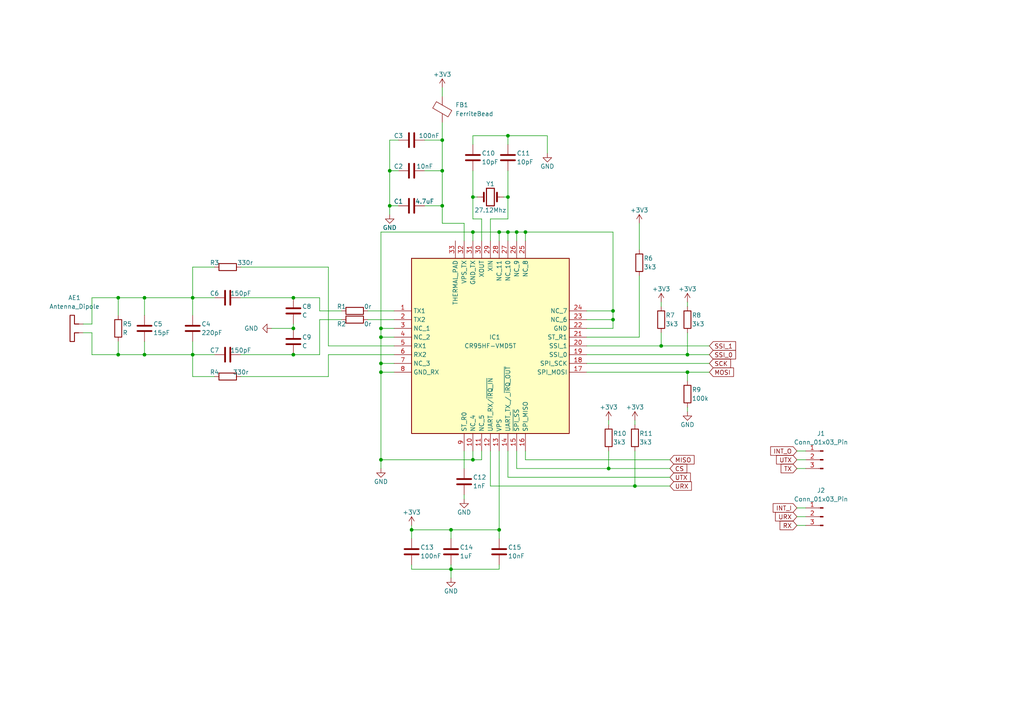
<source format=kicad_sch>
(kicad_sch (version 20230121) (generator eeschema)

  (uuid 23c246ac-2288-476f-95b7-c059c722415c)

  (paper "A4")

  (lib_symbols
    (symbol "CR95HF-VMD5T:CR95HF-VMD5T" (in_bom yes) (on_board yes)
      (property "Reference" "IC1" (at 29.21 -16.51 0)
        (effects (font (size 1.27 1.27)))
      )
      (property "Value" "CR95HF-VMD5T" (at 27.94 -19.05 0)
        (effects (font (size 1.27 1.27)))
      )
      (property "Footprint" "QFN50P500X500X100-33N-D" (at 31.75 -77.14 0)
        (effects (font (size 1.27 1.27)) (justify left top) hide)
      )
      (property "Datasheet" "http://www.st.com/content/ccc/resource/technical/document/datasheet/d2/cc/cb/f6/7c/63/48/75/DM00025644.pdf/files/DM00025644.pdf/jcr:content/translations/en.DM00025644.pdf" (at 31.75 -177.14 0)
        (effects (font (size 1.27 1.27)) (justify left top) hide)
      )
      (property "Height" "1" (at 31.75 -377.14 0)
        (effects (font (size 1.27 1.27)) (justify left top) hide)
      )
      (property "Mouser Part Number" "511-CR95HF-VMD5T" (at 31.75 -477.14 0)
        (effects (font (size 1.27 1.27)) (justify left top) hide)
      )
      (property "Mouser Price/Stock" "https://www.mouser.co.uk/ProductDetail/STMicroelectronics/CR95HF-VMD5T?qs=LYO3r17CQdPmkLQWrTSKtA%3D%3D" (at 31.75 -577.14 0)
        (effects (font (size 1.27 1.27)) (justify left top) hide)
      )
      (property "Manufacturer_Name" "STMicroelectronics" (at 31.75 -677.14 0)
        (effects (font (size 1.27 1.27)) (justify left top) hide)
      )
      (property "Manufacturer_Part_Number" "CR95HF-VMD5T" (at 31.75 -777.14 0)
        (effects (font (size 1.27 1.27)) (justify left top) hide)
      )
      (property "ki_description" "CR95HF-VMD5T, RFID and NFC Transceiver 13.553  13.567MHz, ASK, 2.7  5.5 V 32-Pin VFQFPN" (at 0 0 0)
        (effects (font (size 1.27 1.27)) hide)
      )
      (symbol "CR95HF-VMD5T_1_1"
        (rectangle (start 5.08 5.08) (end 50.8 -45.72)
          (stroke (width 0.254) (type default))
          (fill (type background))
        )
        (pin passive line (at 0 -10.16 0) (length 5.08)
          (name "TX1" (effects (font (size 1.27 1.27))))
          (number "1" (effects (font (size 1.27 1.27))))
        )
        (pin passive line (at 22.86 -50.8 90) (length 5.08)
          (name "NC_4" (effects (font (size 1.27 1.27))))
          (number "10" (effects (font (size 1.27 1.27))))
        )
        (pin passive line (at 25.4 -50.8 90) (length 5.08)
          (name "NC_5" (effects (font (size 1.27 1.27))))
          (number "11" (effects (font (size 1.27 1.27))))
        )
        (pin passive line (at 27.94 -50.8 90) (length 5.08)
          (name "UART_RX/~{IRQ_IN}" (effects (font (size 1.27 1.27))))
          (number "12" (effects (font (size 1.27 1.27))))
        )
        (pin passive line (at 30.48 -50.8 90) (length 5.08)
          (name "VPS" (effects (font (size 1.27 1.27))))
          (number "13" (effects (font (size 1.27 1.27))))
        )
        (pin passive line (at 33.02 -50.8 90) (length 5.08)
          (name "UART_TX_/_~{IRQ_OUT}" (effects (font (size 1.27 1.27))))
          (number "14" (effects (font (size 1.27 1.27))))
        )
        (pin passive line (at 35.56 -50.8 90) (length 5.08)
          (name "~{SPI_SS}" (effects (font (size 1.27 1.27))))
          (number "15" (effects (font (size 1.27 1.27))))
        )
        (pin passive line (at 38.1 -50.8 90) (length 5.08)
          (name "SPI_MISO" (effects (font (size 1.27 1.27))))
          (number "16" (effects (font (size 1.27 1.27))))
        )
        (pin passive line (at 55.88 -27.94 180) (length 5.08)
          (name "SPI_MOSI" (effects (font (size 1.27 1.27))))
          (number "17" (effects (font (size 1.27 1.27))))
        )
        (pin passive line (at 55.88 -25.4 180) (length 5.08)
          (name "SPI_SCK" (effects (font (size 1.27 1.27))))
          (number "18" (effects (font (size 1.27 1.27))))
        )
        (pin passive line (at 55.88 -22.86 180) (length 5.08)
          (name "SSI_0" (effects (font (size 1.27 1.27))))
          (number "19" (effects (font (size 1.27 1.27))))
        )
        (pin passive line (at 0 -12.7 0) (length 5.08)
          (name "TX2" (effects (font (size 1.27 1.27))))
          (number "2" (effects (font (size 1.27 1.27))))
        )
        (pin passive line (at 55.88 -20.32 180) (length 5.08)
          (name "SSI_1" (effects (font (size 1.27 1.27))))
          (number "20" (effects (font (size 1.27 1.27))))
        )
        (pin passive line (at 55.88 -17.78 180) (length 5.08)
          (name "ST_R1" (effects (font (size 1.27 1.27))))
          (number "21" (effects (font (size 1.27 1.27))))
        )
        (pin passive line (at 55.88 -15.24 180) (length 5.08)
          (name "GND" (effects (font (size 1.27 1.27))))
          (number "22" (effects (font (size 1.27 1.27))))
        )
        (pin passive line (at 55.88 -12.7 180) (length 5.08)
          (name "NC_6" (effects (font (size 1.27 1.27))))
          (number "23" (effects (font (size 1.27 1.27))))
        )
        (pin passive line (at 55.88 -10.16 180) (length 5.08)
          (name "NC_7" (effects (font (size 1.27 1.27))))
          (number "24" (effects (font (size 1.27 1.27))))
        )
        (pin passive line (at 38.1 10.16 270) (length 5.08)
          (name "NC_8" (effects (font (size 1.27 1.27))))
          (number "25" (effects (font (size 1.27 1.27))))
        )
        (pin passive line (at 35.56 10.16 270) (length 5.08)
          (name "NC_9" (effects (font (size 1.27 1.27))))
          (number "26" (effects (font (size 1.27 1.27))))
        )
        (pin passive line (at 33.02 10.16 270) (length 5.08)
          (name "NC_10" (effects (font (size 1.27 1.27))))
          (number "27" (effects (font (size 1.27 1.27))))
        )
        (pin passive line (at 30.48 10.16 270) (length 5.08)
          (name "NC_11" (effects (font (size 1.27 1.27))))
          (number "28" (effects (font (size 1.27 1.27))))
        )
        (pin passive line (at 27.94 10.16 270) (length 5.08)
          (name "XIN" (effects (font (size 1.27 1.27))))
          (number "29" (effects (font (size 1.27 1.27))))
        )
        (pin passive line (at 0 -15.24 0) (length 5.08)
          (name "NC_1" (effects (font (size 1.27 1.27))))
          (number "3" (effects (font (size 1.27 1.27))))
        )
        (pin passive line (at 25.4 10.16 270) (length 5.08)
          (name "XOUT" (effects (font (size 1.27 1.27))))
          (number "30" (effects (font (size 1.27 1.27))))
        )
        (pin passive line (at 22.86 10.16 270) (length 5.08)
          (name "GND_TX" (effects (font (size 1.27 1.27))))
          (number "31" (effects (font (size 1.27 1.27))))
        )
        (pin passive line (at 20.32 10.16 270) (length 5.08)
          (name "VPS_TX" (effects (font (size 1.27 1.27))))
          (number "32" (effects (font (size 1.27 1.27))))
        )
        (pin passive line (at 17.78 10.16 270) (length 5.08)
          (name "THERMAL_PAD" (effects (font (size 1.27 1.27))))
          (number "33" (effects (font (size 1.27 1.27))))
        )
        (pin passive line (at 0 -17.78 0) (length 5.08)
          (name "NC_2" (effects (font (size 1.27 1.27))))
          (number "4" (effects (font (size 1.27 1.27))))
        )
        (pin passive line (at 0 -20.32 0) (length 5.08)
          (name "RX1" (effects (font (size 1.27 1.27))))
          (number "5" (effects (font (size 1.27 1.27))))
        )
        (pin passive line (at 0 -22.86 0) (length 5.08)
          (name "RX2" (effects (font (size 1.27 1.27))))
          (number "6" (effects (font (size 1.27 1.27))))
        )
        (pin passive line (at 0 -25.4 0) (length 5.08)
          (name "NC_3" (effects (font (size 1.27 1.27))))
          (number "7" (effects (font (size 1.27 1.27))))
        )
        (pin passive line (at 0 -27.94 0) (length 5.08)
          (name "GND_RX" (effects (font (size 1.27 1.27))))
          (number "8" (effects (font (size 1.27 1.27))))
        )
        (pin passive line (at 20.32 -50.8 90) (length 5.08)
          (name "ST_R0" (effects (font (size 1.27 1.27))))
          (number "9" (effects (font (size 1.27 1.27))))
        )
      )
    )
    (symbol "Connector:Conn_01x03_Pin" (pin_names (offset 1.016) hide) (in_bom yes) (on_board yes)
      (property "Reference" "J" (at 0 5.08 0)
        (effects (font (size 1.27 1.27)))
      )
      (property "Value" "Conn_01x03_Pin" (at 0 -5.08 0)
        (effects (font (size 1.27 1.27)))
      )
      (property "Footprint" "" (at 0 0 0)
        (effects (font (size 1.27 1.27)) hide)
      )
      (property "Datasheet" "~" (at 0 0 0)
        (effects (font (size 1.27 1.27)) hide)
      )
      (property "ki_locked" "" (at 0 0 0)
        (effects (font (size 1.27 1.27)))
      )
      (property "ki_keywords" "connector" (at 0 0 0)
        (effects (font (size 1.27 1.27)) hide)
      )
      (property "ki_description" "Generic connector, single row, 01x03, script generated" (at 0 0 0)
        (effects (font (size 1.27 1.27)) hide)
      )
      (property "ki_fp_filters" "Connector*:*_1x??_*" (at 0 0 0)
        (effects (font (size 1.27 1.27)) hide)
      )
      (symbol "Conn_01x03_Pin_1_1"
        (polyline
          (pts
            (xy 1.27 -2.54)
            (xy 0.8636 -2.54)
          )
          (stroke (width 0.1524) (type default))
          (fill (type none))
        )
        (polyline
          (pts
            (xy 1.27 0)
            (xy 0.8636 0)
          )
          (stroke (width 0.1524) (type default))
          (fill (type none))
        )
        (polyline
          (pts
            (xy 1.27 2.54)
            (xy 0.8636 2.54)
          )
          (stroke (width 0.1524) (type default))
          (fill (type none))
        )
        (rectangle (start 0.8636 -2.413) (end 0 -2.667)
          (stroke (width 0.1524) (type default))
          (fill (type outline))
        )
        (rectangle (start 0.8636 0.127) (end 0 -0.127)
          (stroke (width 0.1524) (type default))
          (fill (type outline))
        )
        (rectangle (start 0.8636 2.667) (end 0 2.413)
          (stroke (width 0.1524) (type default))
          (fill (type outline))
        )
        (pin passive line (at 5.08 2.54 180) (length 3.81)
          (name "Pin_1" (effects (font (size 1.27 1.27))))
          (number "1" (effects (font (size 1.27 1.27))))
        )
        (pin passive line (at 5.08 0 180) (length 3.81)
          (name "Pin_2" (effects (font (size 1.27 1.27))))
          (number "2" (effects (font (size 1.27 1.27))))
        )
        (pin passive line (at 5.08 -2.54 180) (length 3.81)
          (name "Pin_3" (effects (font (size 1.27 1.27))))
          (number "3" (effects (font (size 1.27 1.27))))
        )
      )
    )
    (symbol "Device:Antenna_Dipole" (pin_numbers hide) (pin_names (offset 1.016) hide) (in_bom yes) (on_board yes)
      (property "Reference" "AE" (at 1.27 1.27 0)
        (effects (font (size 1.27 1.27)))
      )
      (property "Value" "Antenna_Dipole" (at 1.27 0 0)
        (effects (font (size 1.27 1.27)))
      )
      (property "Footprint" "" (at 0 0 0)
        (effects (font (size 1.27 1.27)) hide)
      )
      (property "Datasheet" "~" (at 0 0 0)
        (effects (font (size 1.27 1.27)) hide)
      )
      (property "ki_keywords" "dipole antenna" (at 0 0 0)
        (effects (font (size 1.27 1.27)) hide)
      )
      (property "ki_description" "Dipole antenna" (at 0 0 0)
        (effects (font (size 1.27 1.27)) hide)
      )
      (symbol "Antenna_Dipole_0_1"
        (polyline
          (pts
            (xy 2.54 -3.81)
            (xy 2.54 -2.54)
            (xy 5.08 -2.54)
            (xy 5.08 -1.27)
            (xy -2.54 -1.27)
            (xy -2.54 -2.54)
            (xy 0 -2.54)
            (xy 0 -3.81)
          )
          (stroke (width 0.254) (type default))
          (fill (type none))
        )
      )
      (symbol "Antenna_Dipole_1_1"
        (pin input line (at 0 -5.08 90) (length 2.54)
          (name "~" (effects (font (size 1.27 1.27))))
          (number "1" (effects (font (size 1.27 1.27))))
        )
        (pin input line (at 2.54 -5.08 90) (length 2.54)
          (name "~" (effects (font (size 1.27 1.27))))
          (number "2" (effects (font (size 1.27 1.27))))
        )
      )
    )
    (symbol "Device:C" (pin_numbers hide) (pin_names (offset 0.254)) (in_bom yes) (on_board yes)
      (property "Reference" "C" (at 0.635 2.54 0)
        (effects (font (size 1.27 1.27)) (justify left))
      )
      (property "Value" "C" (at 0.635 -2.54 0)
        (effects (font (size 1.27 1.27)) (justify left))
      )
      (property "Footprint" "" (at 0.9652 -3.81 0)
        (effects (font (size 1.27 1.27)) hide)
      )
      (property "Datasheet" "~" (at 0 0 0)
        (effects (font (size 1.27 1.27)) hide)
      )
      (property "ki_keywords" "cap capacitor" (at 0 0 0)
        (effects (font (size 1.27 1.27)) hide)
      )
      (property "ki_description" "Unpolarized capacitor" (at 0 0 0)
        (effects (font (size 1.27 1.27)) hide)
      )
      (property "ki_fp_filters" "C_*" (at 0 0 0)
        (effects (font (size 1.27 1.27)) hide)
      )
      (symbol "C_0_1"
        (polyline
          (pts
            (xy -2.032 -0.762)
            (xy 2.032 -0.762)
          )
          (stroke (width 0.508) (type default))
          (fill (type none))
        )
        (polyline
          (pts
            (xy -2.032 0.762)
            (xy 2.032 0.762)
          )
          (stroke (width 0.508) (type default))
          (fill (type none))
        )
      )
      (symbol "C_1_1"
        (pin passive line (at 0 3.81 270) (length 2.794)
          (name "~" (effects (font (size 1.27 1.27))))
          (number "1" (effects (font (size 1.27 1.27))))
        )
        (pin passive line (at 0 -3.81 90) (length 2.794)
          (name "~" (effects (font (size 1.27 1.27))))
          (number "2" (effects (font (size 1.27 1.27))))
        )
      )
    )
    (symbol "Device:Crystal" (pin_numbers hide) (pin_names (offset 1.016) hide) (in_bom yes) (on_board yes)
      (property "Reference" "Y" (at 0 3.81 0)
        (effects (font (size 1.27 1.27)))
      )
      (property "Value" "Crystal" (at 0 -3.81 0)
        (effects (font (size 1.27 1.27)))
      )
      (property "Footprint" "" (at 0 0 0)
        (effects (font (size 1.27 1.27)) hide)
      )
      (property "Datasheet" "~" (at 0 0 0)
        (effects (font (size 1.27 1.27)) hide)
      )
      (property "ki_keywords" "quartz ceramic resonator oscillator" (at 0 0 0)
        (effects (font (size 1.27 1.27)) hide)
      )
      (property "ki_description" "Two pin crystal" (at 0 0 0)
        (effects (font (size 1.27 1.27)) hide)
      )
      (property "ki_fp_filters" "Crystal*" (at 0 0 0)
        (effects (font (size 1.27 1.27)) hide)
      )
      (symbol "Crystal_0_1"
        (rectangle (start -1.143 2.54) (end 1.143 -2.54)
          (stroke (width 0.3048) (type default))
          (fill (type none))
        )
        (polyline
          (pts
            (xy -2.54 0)
            (xy -1.905 0)
          )
          (stroke (width 0) (type default))
          (fill (type none))
        )
        (polyline
          (pts
            (xy -1.905 -1.27)
            (xy -1.905 1.27)
          )
          (stroke (width 0.508) (type default))
          (fill (type none))
        )
        (polyline
          (pts
            (xy 1.905 -1.27)
            (xy 1.905 1.27)
          )
          (stroke (width 0.508) (type default))
          (fill (type none))
        )
        (polyline
          (pts
            (xy 2.54 0)
            (xy 1.905 0)
          )
          (stroke (width 0) (type default))
          (fill (type none))
        )
      )
      (symbol "Crystal_1_1"
        (pin passive line (at -3.81 0 0) (length 1.27)
          (name "1" (effects (font (size 1.27 1.27))))
          (number "1" (effects (font (size 1.27 1.27))))
        )
        (pin passive line (at 3.81 0 180) (length 1.27)
          (name "2" (effects (font (size 1.27 1.27))))
          (number "2" (effects (font (size 1.27 1.27))))
        )
      )
    )
    (symbol "Device:FerriteBead" (pin_numbers hide) (pin_names (offset 0)) (in_bom yes) (on_board yes)
      (property "Reference" "FB" (at -3.81 0.635 90)
        (effects (font (size 1.27 1.27)))
      )
      (property "Value" "FerriteBead" (at 3.81 0 90)
        (effects (font (size 1.27 1.27)))
      )
      (property "Footprint" "" (at -1.778 0 90)
        (effects (font (size 1.27 1.27)) hide)
      )
      (property "Datasheet" "~" (at 0 0 0)
        (effects (font (size 1.27 1.27)) hide)
      )
      (property "ki_keywords" "L ferrite bead inductor filter" (at 0 0 0)
        (effects (font (size 1.27 1.27)) hide)
      )
      (property "ki_description" "Ferrite bead" (at 0 0 0)
        (effects (font (size 1.27 1.27)) hide)
      )
      (property "ki_fp_filters" "Inductor_* L_* *Ferrite*" (at 0 0 0)
        (effects (font (size 1.27 1.27)) hide)
      )
      (symbol "FerriteBead_0_1"
        (polyline
          (pts
            (xy 0 -1.27)
            (xy 0 -1.2192)
          )
          (stroke (width 0) (type default))
          (fill (type none))
        )
        (polyline
          (pts
            (xy 0 1.27)
            (xy 0 1.2954)
          )
          (stroke (width 0) (type default))
          (fill (type none))
        )
        (polyline
          (pts
            (xy -2.7686 0.4064)
            (xy -1.7018 2.2606)
            (xy 2.7686 -0.3048)
            (xy 1.6764 -2.159)
            (xy -2.7686 0.4064)
          )
          (stroke (width 0) (type default))
          (fill (type none))
        )
      )
      (symbol "FerriteBead_1_1"
        (pin passive line (at 0 3.81 270) (length 2.54)
          (name "~" (effects (font (size 1.27 1.27))))
          (number "1" (effects (font (size 1.27 1.27))))
        )
        (pin passive line (at 0 -3.81 90) (length 2.54)
          (name "~" (effects (font (size 1.27 1.27))))
          (number "2" (effects (font (size 1.27 1.27))))
        )
      )
    )
    (symbol "Device:R" (pin_numbers hide) (pin_names (offset 0)) (in_bom yes) (on_board yes)
      (property "Reference" "R" (at 2.032 0 90)
        (effects (font (size 1.27 1.27)))
      )
      (property "Value" "R" (at 0 0 90)
        (effects (font (size 1.27 1.27)))
      )
      (property "Footprint" "" (at -1.778 0 90)
        (effects (font (size 1.27 1.27)) hide)
      )
      (property "Datasheet" "~" (at 0 0 0)
        (effects (font (size 1.27 1.27)) hide)
      )
      (property "ki_keywords" "R res resistor" (at 0 0 0)
        (effects (font (size 1.27 1.27)) hide)
      )
      (property "ki_description" "Resistor" (at 0 0 0)
        (effects (font (size 1.27 1.27)) hide)
      )
      (property "ki_fp_filters" "R_*" (at 0 0 0)
        (effects (font (size 1.27 1.27)) hide)
      )
      (symbol "R_0_1"
        (rectangle (start -1.016 -2.54) (end 1.016 2.54)
          (stroke (width 0.254) (type default))
          (fill (type none))
        )
      )
      (symbol "R_1_1"
        (pin passive line (at 0 3.81 270) (length 1.27)
          (name "~" (effects (font (size 1.27 1.27))))
          (number "1" (effects (font (size 1.27 1.27))))
        )
        (pin passive line (at 0 -3.81 90) (length 1.27)
          (name "~" (effects (font (size 1.27 1.27))))
          (number "2" (effects (font (size 1.27 1.27))))
        )
      )
    )
    (symbol "power:+3V3" (power) (pin_names (offset 0)) (in_bom yes) (on_board yes)
      (property "Reference" "#PWR" (at 0 -3.81 0)
        (effects (font (size 1.27 1.27)) hide)
      )
      (property "Value" "+3V3" (at 0 3.556 0)
        (effects (font (size 1.27 1.27)))
      )
      (property "Footprint" "" (at 0 0 0)
        (effects (font (size 1.27 1.27)) hide)
      )
      (property "Datasheet" "" (at 0 0 0)
        (effects (font (size 1.27 1.27)) hide)
      )
      (property "ki_keywords" "global power" (at 0 0 0)
        (effects (font (size 1.27 1.27)) hide)
      )
      (property "ki_description" "Power symbol creates a global label with name \"+3V3\"" (at 0 0 0)
        (effects (font (size 1.27 1.27)) hide)
      )
      (symbol "+3V3_0_1"
        (polyline
          (pts
            (xy -0.762 1.27)
            (xy 0 2.54)
          )
          (stroke (width 0) (type default))
          (fill (type none))
        )
        (polyline
          (pts
            (xy 0 0)
            (xy 0 2.54)
          )
          (stroke (width 0) (type default))
          (fill (type none))
        )
        (polyline
          (pts
            (xy 0 2.54)
            (xy 0.762 1.27)
          )
          (stroke (width 0) (type default))
          (fill (type none))
        )
      )
      (symbol "+3V3_1_1"
        (pin power_in line (at 0 0 90) (length 0) hide
          (name "+3V3" (effects (font (size 1.27 1.27))))
          (number "1" (effects (font (size 1.27 1.27))))
        )
      )
    )
    (symbol "power:GND" (power) (pin_names (offset 0)) (in_bom yes) (on_board yes)
      (property "Reference" "#PWR" (at 0 -6.35 0)
        (effects (font (size 1.27 1.27)) hide)
      )
      (property "Value" "GND" (at 0 -3.81 0)
        (effects (font (size 1.27 1.27)))
      )
      (property "Footprint" "" (at 0 0 0)
        (effects (font (size 1.27 1.27)) hide)
      )
      (property "Datasheet" "" (at 0 0 0)
        (effects (font (size 1.27 1.27)) hide)
      )
      (property "ki_keywords" "global power" (at 0 0 0)
        (effects (font (size 1.27 1.27)) hide)
      )
      (property "ki_description" "Power symbol creates a global label with name \"GND\" , ground" (at 0 0 0)
        (effects (font (size 1.27 1.27)) hide)
      )
      (symbol "GND_0_1"
        (polyline
          (pts
            (xy 0 0)
            (xy 0 -1.27)
            (xy 1.27 -1.27)
            (xy 0 -2.54)
            (xy -1.27 -1.27)
            (xy 0 -1.27)
          )
          (stroke (width 0) (type default))
          (fill (type none))
        )
      )
      (symbol "GND_1_1"
        (pin power_in line (at 0 0 270) (length 0) hide
          (name "GND" (effects (font (size 1.27 1.27))))
          (number "1" (effects (font (size 1.27 1.27))))
        )
      )
    )
  )

  (junction (at 110.49 107.95) (diameter 0) (color 0 0 0 0)
    (uuid 04dc3cf5-e458-4f43-a1d9-76ecc9298469)
  )
  (junction (at 41.91 86.36) (diameter 0) (color 0 0 0 0)
    (uuid 08b948b0-9e15-4993-b85c-d7b023fdd462)
  )
  (junction (at 113.03 59.69) (diameter 0) (color 0 0 0 0)
    (uuid 0e623775-fb3b-4d04-8ba5-7891eba1fe6f)
  )
  (junction (at 147.32 67.31) (diameter 0) (color 0 0 0 0)
    (uuid 13cd00b0-bb48-4889-a86d-b8187f89020b)
  )
  (junction (at 113.03 49.53) (diameter 0) (color 0 0 0 0)
    (uuid 15eb18e7-d48a-495b-87b6-f0f4c7c5a616)
  )
  (junction (at 41.91 102.87) (diameter 0) (color 0 0 0 0)
    (uuid 293a92f7-ce78-4ae3-b7d2-4e0d106ff722)
  )
  (junction (at 199.39 102.87) (diameter 0) (color 0 0 0 0)
    (uuid 2d997d6c-ed6f-4fc5-b678-dc467ba584e1)
  )
  (junction (at 110.49 133.35) (diameter 0) (color 0 0 0 0)
    (uuid 3043dfdc-c7dc-4cf5-8da9-209121ffbd56)
  )
  (junction (at 119.38 153.67) (diameter 0) (color 0 0 0 0)
    (uuid 3433d5d9-6aca-437d-94e8-64d7a32080af)
  )
  (junction (at 144.78 67.31) (diameter 0) (color 0 0 0 0)
    (uuid 48023809-d4c3-4b85-a0a0-2aa4b8142c1c)
  )
  (junction (at 144.78 153.67) (diameter 0) (color 0 0 0 0)
    (uuid 4875cc17-3b74-4667-a48c-6fe0f4b02cc4)
  )
  (junction (at 85.09 95.25) (diameter 0) (color 0 0 0 0)
    (uuid 4b3b13ba-5576-4306-8b55-73aad4dc18f7)
  )
  (junction (at 137.16 57.15) (diameter 0) (color 0 0 0 0)
    (uuid 4ba7bc07-fdb2-4175-a4e7-fc0f67e655bb)
  )
  (junction (at 34.29 86.36) (diameter 0) (color 0 0 0 0)
    (uuid 4d04bf3c-cd4b-41e9-837d-3effe927e023)
  )
  (junction (at 110.49 95.25) (diameter 0) (color 0 0 0 0)
    (uuid 555bc64e-56fb-4d81-83e7-65716a5c6c14)
  )
  (junction (at 184.15 140.97) (diameter 0) (color 0 0 0 0)
    (uuid 56f2c71c-e7a6-42fc-934c-295c76b75c6a)
  )
  (junction (at 147.32 57.15) (diameter 0) (color 0 0 0 0)
    (uuid 5de9c14c-6a23-4eec-8bb9-24b7d135b5c3)
  )
  (junction (at 149.86 67.31) (diameter 0) (color 0 0 0 0)
    (uuid 5f59aa8f-69cc-45fe-937a-518fd1cbb30a)
  )
  (junction (at 191.77 100.33) (diameter 0) (color 0 0 0 0)
    (uuid 5fde69c2-224b-42a1-a581-0adb4ea1ace4)
  )
  (junction (at 199.39 107.95) (diameter 0) (color 0 0 0 0)
    (uuid 6a78e883-c0a9-4836-9127-2c5c97fa1a3c)
  )
  (junction (at 137.16 67.31) (diameter 0) (color 0 0 0 0)
    (uuid 6e304fdb-7eb1-4fb1-9951-bfde02328c61)
  )
  (junction (at 128.27 49.53) (diameter 0) (color 0 0 0 0)
    (uuid 8307af4b-0c8d-42b3-bf60-d50c93425ffd)
  )
  (junction (at 176.53 135.89) (diameter 0) (color 0 0 0 0)
    (uuid 83cfb6aa-bcfe-4ae5-a31a-50d82ded37de)
  )
  (junction (at 85.09 86.36) (diameter 0) (color 0 0 0 0)
    (uuid 85cde1ff-920b-4fb7-b3d7-1ed6e34a2787)
  )
  (junction (at 177.8 90.17) (diameter 0) (color 0 0 0 0)
    (uuid 86fdce09-a980-46ce-9290-afaeaffca576)
  )
  (junction (at 128.27 59.69) (diameter 0) (color 0 0 0 0)
    (uuid 949f8ff2-8efb-497f-bdf8-efb29cd7c841)
  )
  (junction (at 147.32 39.37) (diameter 0) (color 0 0 0 0)
    (uuid 99779615-5fce-40d8-9f72-928584339a36)
  )
  (junction (at 177.8 92.71) (diameter 0) (color 0 0 0 0)
    (uuid 9e3f3bae-a468-43a7-bd1c-0101b2ffe91d)
  )
  (junction (at 85.09 102.87) (diameter 0) (color 0 0 0 0)
    (uuid a9f3e3ba-88e9-4065-8699-eb5b5d9dc364)
  )
  (junction (at 130.81 153.67) (diameter 0) (color 0 0 0 0)
    (uuid abb132e5-739c-479e-afc3-da6bd9c2fff9)
  )
  (junction (at 55.88 86.36) (diameter 0) (color 0 0 0 0)
    (uuid afd77c89-c28d-497e-9b52-e459c04470de)
  )
  (junction (at 128.27 40.64) (diameter 0) (color 0 0 0 0)
    (uuid d26ea8c6-b0dd-460b-8ca0-b36452a79d5d)
  )
  (junction (at 110.49 97.79) (diameter 0) (color 0 0 0 0)
    (uuid d3a00862-3cf2-4a2d-8d28-54e2eb5184b0)
  )
  (junction (at 130.81 165.1) (diameter 0) (color 0 0 0 0)
    (uuid da88b711-9e89-4e41-98a4-026d9178b502)
  )
  (junction (at 110.49 105.41) (diameter 0) (color 0 0 0 0)
    (uuid ef9dd67e-ce2f-4f65-989a-e2c82e14b810)
  )
  (junction (at 152.4 67.31) (diameter 0) (color 0 0 0 0)
    (uuid f13c55ca-d2e4-4f23-83f1-9dd60b74c0ca)
  )
  (junction (at 137.16 133.35) (diameter 0) (color 0 0 0 0)
    (uuid f16f6fad-3b3c-4225-8881-0cbfe7ab3055)
  )
  (junction (at 34.29 102.87) (diameter 0) (color 0 0 0 0)
    (uuid f6835856-2945-4feb-8d5f-78eb2d116582)
  )
  (junction (at 55.88 102.87) (diameter 0) (color 0 0 0 0)
    (uuid f78a824b-2c35-41ad-8f71-ba9de4abcf62)
  )

  (wire (pts (xy 152.4 67.31) (xy 177.8 67.31))
    (stroke (width 0) (type default))
    (uuid 0351287d-5375-4542-8344-c3364e00a068)
  )
  (wire (pts (xy 26.67 102.87) (xy 34.29 102.87))
    (stroke (width 0) (type default))
    (uuid 051561fe-9e5c-447c-a388-ff6279a678bf)
  )
  (wire (pts (xy 110.49 95.25) (xy 110.49 97.79))
    (stroke (width 0) (type default))
    (uuid 0591863c-744e-4509-9972-9a9f2c26edba)
  )
  (wire (pts (xy 92.71 102.87) (xy 92.71 92.71))
    (stroke (width 0) (type default))
    (uuid 066da0b0-8b94-4dde-a472-c8b5db0ee340)
  )
  (wire (pts (xy 185.42 97.79) (xy 185.42 80.01))
    (stroke (width 0) (type default))
    (uuid 0895d6d4-2af3-4517-a9bc-6ffaf4b2d332)
  )
  (wire (pts (xy 123.19 40.64) (xy 128.27 40.64))
    (stroke (width 0) (type default))
    (uuid 08cf87cd-1970-41b3-bc29-8bc81fce2f1e)
  )
  (wire (pts (xy 139.7 63.5) (xy 137.16 63.5))
    (stroke (width 0) (type default))
    (uuid 0b0565a8-c6a5-4ff0-8cd9-779f765e50d6)
  )
  (wire (pts (xy 128.27 35.56) (xy 128.27 40.64))
    (stroke (width 0) (type default))
    (uuid 0bc0c66a-62d3-41a3-a078-95a19abbe3e9)
  )
  (wire (pts (xy 113.03 49.53) (xy 115.57 49.53))
    (stroke (width 0) (type default))
    (uuid 0bf004ce-2227-44b5-a545-bd4d1e1b3745)
  )
  (wire (pts (xy 137.16 49.53) (xy 137.16 57.15))
    (stroke (width 0) (type default))
    (uuid 1265ce0e-a9af-4072-8164-8a354a2aff5c)
  )
  (wire (pts (xy 147.32 67.31) (xy 149.86 67.31))
    (stroke (width 0) (type default))
    (uuid 15e6e1f3-0c1d-400f-8fa2-50840dafafc4)
  )
  (wire (pts (xy 62.23 86.36) (xy 55.88 86.36))
    (stroke (width 0) (type default))
    (uuid 15fe5eb9-5299-43e3-bef5-121273390cbc)
  )
  (wire (pts (xy 194.31 140.97) (xy 184.15 140.97))
    (stroke (width 0) (type default))
    (uuid 16187cf1-9175-47e3-b683-78d4e634eb79)
  )
  (wire (pts (xy 152.4 130.81) (xy 152.4 133.35))
    (stroke (width 0) (type default))
    (uuid 161cb647-4f7f-4608-82f8-720a97a1d6c3)
  )
  (wire (pts (xy 170.18 95.25) (xy 177.8 95.25))
    (stroke (width 0) (type default))
    (uuid 172b8945-92db-4d90-af94-bd700e4e94c4)
  )
  (wire (pts (xy 85.09 93.98) (xy 85.09 95.25))
    (stroke (width 0) (type default))
    (uuid 17b69e97-479d-4561-8075-4e197d91dd6e)
  )
  (wire (pts (xy 184.15 140.97) (xy 142.24 140.97))
    (stroke (width 0) (type default))
    (uuid 194b8c4b-74c8-4702-a577-5b0f44c2dd2d)
  )
  (wire (pts (xy 110.49 105.41) (xy 114.3 105.41))
    (stroke (width 0) (type default))
    (uuid 194e4589-9868-4ed3-82b6-270ea94aabdb)
  )
  (wire (pts (xy 110.49 105.41) (xy 110.49 107.95))
    (stroke (width 0) (type default))
    (uuid 1bc48f49-70db-4119-9039-35c25a218dc0)
  )
  (wire (pts (xy 152.4 133.35) (xy 194.31 133.35))
    (stroke (width 0) (type default))
    (uuid 1c177da6-c193-4b36-8ae4-fed064deff3b)
  )
  (wire (pts (xy 24.13 93.98) (xy 26.67 93.98))
    (stroke (width 0) (type default))
    (uuid 1c39c4cc-d801-4a1c-9ada-6ca97342cf13)
  )
  (wire (pts (xy 26.67 86.36) (xy 34.29 86.36))
    (stroke (width 0) (type default))
    (uuid 1d2dcc61-bef5-4305-9d82-36c436e5f9dd)
  )
  (wire (pts (xy 106.68 92.71) (xy 114.3 92.71))
    (stroke (width 0) (type default))
    (uuid 1e5b1135-56d3-4ce3-8cf0-c95cb4f7cd9f)
  )
  (wire (pts (xy 34.29 99.06) (xy 34.29 102.87))
    (stroke (width 0) (type default))
    (uuid 1e98f8b7-572a-4314-a867-a332224ffe51)
  )
  (wire (pts (xy 137.16 39.37) (xy 147.32 39.37))
    (stroke (width 0) (type default))
    (uuid 224c01b6-4441-402f-bb06-57af3e6c8b61)
  )
  (wire (pts (xy 139.7 130.81) (xy 139.7 133.35))
    (stroke (width 0) (type default))
    (uuid 23a10563-d28e-4950-81f6-368cb96745b0)
  )
  (wire (pts (xy 199.39 107.95) (xy 199.39 110.49))
    (stroke (width 0) (type default))
    (uuid 24d69f42-5572-4db1-9f3e-7bbb1a2a4e12)
  )
  (wire (pts (xy 134.62 64.77) (xy 134.62 69.85))
    (stroke (width 0) (type default))
    (uuid 268772b2-18a4-4d26-83d0-b3df632b282c)
  )
  (wire (pts (xy 95.25 109.22) (xy 69.85 109.22))
    (stroke (width 0) (type default))
    (uuid 28eb4046-3f72-4d07-a5b0-7d0cb81cc0c5)
  )
  (wire (pts (xy 110.49 133.35) (xy 110.49 135.89))
    (stroke (width 0) (type default))
    (uuid 29ba6af4-0438-4a95-a55c-e22ef7bb77ab)
  )
  (wire (pts (xy 137.16 63.5) (xy 137.16 57.15))
    (stroke (width 0) (type default))
    (uuid 2c09038c-5334-4767-95aa-4e65c7923457)
  )
  (wire (pts (xy 144.78 130.81) (xy 144.78 153.67))
    (stroke (width 0) (type default))
    (uuid 2dedb712-b2cf-4b4f-affa-94ec21bceb82)
  )
  (wire (pts (xy 191.77 87.63) (xy 191.77 88.9))
    (stroke (width 0) (type default))
    (uuid 2e626b28-dc27-4597-b333-3c0c2743bbfe)
  )
  (wire (pts (xy 26.67 96.52) (xy 26.67 102.87))
    (stroke (width 0) (type default))
    (uuid 2e88df4b-c73f-43eb-8bc6-5704aa0058b7)
  )
  (wire (pts (xy 149.86 67.31) (xy 152.4 67.31))
    (stroke (width 0) (type default))
    (uuid 2ee241f1-fd43-4194-82e5-92bc08c0ed25)
  )
  (wire (pts (xy 134.62 130.81) (xy 134.62 135.89))
    (stroke (width 0) (type default))
    (uuid 2f8cd835-b5bb-4147-b667-7d24e8903c44)
  )
  (wire (pts (xy 139.7 69.85) (xy 139.7 63.5))
    (stroke (width 0) (type default))
    (uuid 32787b27-3de3-4396-b723-687c47cc5710)
  )
  (wire (pts (xy 55.88 102.87) (xy 62.23 102.87))
    (stroke (width 0) (type default))
    (uuid 346bbb33-d5c2-47c3-b926-7f5801ed90eb)
  )
  (wire (pts (xy 144.78 165.1) (xy 144.78 163.83))
    (stroke (width 0) (type default))
    (uuid 38eeb843-9560-4c24-82ce-9dcdfa66cbb0)
  )
  (wire (pts (xy 41.91 102.87) (xy 55.88 102.87))
    (stroke (width 0) (type default))
    (uuid 3a31bd51-0378-4ef6-9348-3db5810afe7c)
  )
  (wire (pts (xy 106.68 90.17) (xy 114.3 90.17))
    (stroke (width 0) (type default))
    (uuid 3b30f8f8-47a9-4529-ab38-4759c1a57c5a)
  )
  (wire (pts (xy 231.14 135.89) (xy 233.68 135.89))
    (stroke (width 0) (type default))
    (uuid 3b5020ba-c9d1-46b0-afbb-9ed6223854fa)
  )
  (wire (pts (xy 24.13 96.52) (xy 26.67 96.52))
    (stroke (width 0) (type default))
    (uuid 3b74b1b9-80c2-417f-a200-abb7f7a0e7c2)
  )
  (wire (pts (xy 34.29 102.87) (xy 41.91 102.87))
    (stroke (width 0) (type default))
    (uuid 3ba613d2-6127-4b6d-930f-b80dc5a199a5)
  )
  (wire (pts (xy 170.18 90.17) (xy 177.8 90.17))
    (stroke (width 0) (type default))
    (uuid 41cf6fbd-c54d-463d-ba05-c4a9e00b3a39)
  )
  (wire (pts (xy 130.81 153.67) (xy 144.78 153.67))
    (stroke (width 0) (type default))
    (uuid 425df5ba-54b8-4399-9687-5b9b6a99246a)
  )
  (wire (pts (xy 170.18 100.33) (xy 191.77 100.33))
    (stroke (width 0) (type default))
    (uuid 428c66c8-32eb-4a9a-ae29-84c12e696aac)
  )
  (wire (pts (xy 142.24 69.85) (xy 142.24 63.5))
    (stroke (width 0) (type default))
    (uuid 44b9fa46-dfae-4729-a32e-750080206336)
  )
  (wire (pts (xy 170.18 92.71) (xy 177.8 92.71))
    (stroke (width 0) (type default))
    (uuid 454f46d6-a437-440e-ba9d-a8b3e5e20e69)
  )
  (wire (pts (xy 110.49 67.31) (xy 110.49 95.25))
    (stroke (width 0) (type default))
    (uuid 45b52c66-6bb2-41ac-bf61-7df0b17278c7)
  )
  (wire (pts (xy 110.49 97.79) (xy 110.49 105.41))
    (stroke (width 0) (type default))
    (uuid 472eb093-f673-422f-b360-26a197ba9f93)
  )
  (wire (pts (xy 114.3 102.87) (xy 95.25 102.87))
    (stroke (width 0) (type default))
    (uuid 4a2d49e0-8100-4020-b095-63a9f0deaca2)
  )
  (wire (pts (xy 69.85 102.87) (xy 85.09 102.87))
    (stroke (width 0) (type default))
    (uuid 4a65b5d8-1db8-4623-b1fb-fe9cf1095306)
  )
  (wire (pts (xy 144.78 153.67) (xy 144.78 156.21))
    (stroke (width 0) (type default))
    (uuid 4af35422-7d68-45b0-a71f-6c3ee493b1e5)
  )
  (wire (pts (xy 55.88 77.47) (xy 62.23 77.47))
    (stroke (width 0) (type default))
    (uuid 4d33137f-9bd0-4c0f-9d18-b4371525d498)
  )
  (wire (pts (xy 147.32 138.43) (xy 194.31 138.43))
    (stroke (width 0) (type default))
    (uuid 50226fbe-2d40-49fe-9f8d-0f78f9652b6b)
  )
  (wire (pts (xy 184.15 121.92) (xy 184.15 123.19))
    (stroke (width 0) (type default))
    (uuid 50272cfe-1fc3-458a-8e89-4aec6f323bef)
  )
  (wire (pts (xy 55.88 109.22) (xy 55.88 102.87))
    (stroke (width 0) (type default))
    (uuid 53e314fe-d359-4d3f-985b-742d75847f24)
  )
  (wire (pts (xy 95.25 100.33) (xy 95.25 77.47))
    (stroke (width 0) (type default))
    (uuid 55da443c-6fe9-49ee-9b10-f2f0a36885ae)
  )
  (wire (pts (xy 144.78 67.31) (xy 144.78 69.85))
    (stroke (width 0) (type default))
    (uuid 55f71942-1d99-43d5-a450-9140c31de44b)
  )
  (wire (pts (xy 128.27 64.77) (xy 134.62 64.77))
    (stroke (width 0) (type default))
    (uuid 56ca8e78-504a-4c5e-8f3f-db5ac5353cf0)
  )
  (wire (pts (xy 119.38 165.1) (xy 130.81 165.1))
    (stroke (width 0) (type default))
    (uuid 576278f4-d70a-4674-b6f1-d1cc74cdbe3c)
  )
  (wire (pts (xy 142.24 63.5) (xy 147.32 63.5))
    (stroke (width 0) (type default))
    (uuid 583c800d-6f1c-4ba9-8ee2-e7bec0e6ae05)
  )
  (wire (pts (xy 26.67 93.98) (xy 26.67 86.36))
    (stroke (width 0) (type default))
    (uuid 589d51d5-3ab7-4e5f-aed4-444af2d9d821)
  )
  (wire (pts (xy 231.14 147.32) (xy 233.68 147.32))
    (stroke (width 0) (type default))
    (uuid 5ecf35b2-411b-49f5-b3a1-3bb25c7d6b4f)
  )
  (wire (pts (xy 199.39 87.63) (xy 199.39 88.9))
    (stroke (width 0) (type default))
    (uuid 608121c9-d479-4143-99a3-c86e64294104)
  )
  (wire (pts (xy 147.32 39.37) (xy 147.32 41.91))
    (stroke (width 0) (type default))
    (uuid 68786864-433d-4c4d-80c2-2bef8dbabdfb)
  )
  (wire (pts (xy 99.06 90.17) (xy 92.71 90.17))
    (stroke (width 0) (type default))
    (uuid 6ba18791-22b9-4330-92eb-e280bc90ee59)
  )
  (wire (pts (xy 147.32 67.31) (xy 147.32 69.85))
    (stroke (width 0) (type default))
    (uuid 6bd655f7-1680-404b-98dc-0fe3c73e9adf)
  )
  (wire (pts (xy 147.32 49.53) (xy 147.32 57.15))
    (stroke (width 0) (type default))
    (uuid 708f7e73-2c0a-4911-b661-da6ba2b122b0)
  )
  (wire (pts (xy 137.16 133.35) (xy 110.49 133.35))
    (stroke (width 0) (type default))
    (uuid 71425ab5-79f7-4622-92b4-eb1d410396b7)
  )
  (wire (pts (xy 137.16 41.91) (xy 137.16 39.37))
    (stroke (width 0) (type default))
    (uuid 72e3064b-fb66-4e6d-9fef-5242b7dd7b22)
  )
  (wire (pts (xy 130.81 167.64) (xy 130.81 165.1))
    (stroke (width 0) (type default))
    (uuid 735d2b09-ff1a-48b1-9b4c-130ea7b6925a)
  )
  (wire (pts (xy 191.77 96.52) (xy 191.77 100.33))
    (stroke (width 0) (type default))
    (uuid 738338d6-322e-44f2-bb64-20cf959b47de)
  )
  (wire (pts (xy 55.88 86.36) (xy 55.88 77.47))
    (stroke (width 0) (type default))
    (uuid 738a5628-699d-4cca-9f6b-49c2e115aa8e)
  )
  (wire (pts (xy 185.42 64.77) (xy 185.42 72.39))
    (stroke (width 0) (type default))
    (uuid 73908dc6-ba36-41b1-bb7d-8a49153de875)
  )
  (wire (pts (xy 144.78 67.31) (xy 147.32 67.31))
    (stroke (width 0) (type default))
    (uuid 739976a9-f9de-41f2-b52f-f2ac3cecfa90)
  )
  (wire (pts (xy 92.71 92.71) (xy 99.06 92.71))
    (stroke (width 0) (type default))
    (uuid 7484985d-0039-4d11-a2ae-9ceb690bdc46)
  )
  (wire (pts (xy 199.39 107.95) (xy 205.74 107.95))
    (stroke (width 0) (type default))
    (uuid 760a57e6-bfc9-438c-b1ea-ae04a81fc9d4)
  )
  (wire (pts (xy 176.53 130.81) (xy 176.53 135.89))
    (stroke (width 0) (type default))
    (uuid 7691d83d-7928-409c-9aa4-d49e965ff150)
  )
  (wire (pts (xy 113.03 59.69) (xy 113.03 62.23))
    (stroke (width 0) (type default))
    (uuid 795e25ba-687b-482f-927b-d9412fec12ee)
  )
  (wire (pts (xy 137.16 67.31) (xy 144.78 67.31))
    (stroke (width 0) (type default))
    (uuid 7bce23a2-fedb-4c93-82c8-a0c1ea7ad83e)
  )
  (wire (pts (xy 177.8 90.17) (xy 177.8 92.71))
    (stroke (width 0) (type default))
    (uuid 7bd1cef2-18dd-4ed1-80ac-c2ae490c4c86)
  )
  (wire (pts (xy 130.81 165.1) (xy 144.78 165.1))
    (stroke (width 0) (type default))
    (uuid 7d9bd927-5cb6-4773-8543-631c9afddc8a)
  )
  (wire (pts (xy 113.03 59.69) (xy 115.57 59.69))
    (stroke (width 0) (type default))
    (uuid 7dd9301f-d010-4a74-ae9c-a46672c819f8)
  )
  (wire (pts (xy 110.49 107.95) (xy 110.49 133.35))
    (stroke (width 0) (type default))
    (uuid 7e915987-00bf-48a9-b07b-cc29d013e204)
  )
  (wire (pts (xy 152.4 67.31) (xy 152.4 69.85))
    (stroke (width 0) (type default))
    (uuid 7e923c23-0e1c-4fe6-ac4c-72c4b0d37d6a)
  )
  (wire (pts (xy 55.88 86.36) (xy 55.88 91.44))
    (stroke (width 0) (type default))
    (uuid 7f648415-1d94-4432-a8f9-4602bfefce74)
  )
  (wire (pts (xy 184.15 130.81) (xy 184.15 140.97))
    (stroke (width 0) (type default))
    (uuid 7f763032-4553-41cf-b786-d3c7f994b175)
  )
  (wire (pts (xy 128.27 59.69) (xy 123.19 59.69))
    (stroke (width 0) (type default))
    (uuid 80c5537b-8128-4495-bdfd-d1f47dc6ebdb)
  )
  (wire (pts (xy 137.16 57.15) (xy 138.43 57.15))
    (stroke (width 0) (type default))
    (uuid 8146bb79-ee80-4dd5-8d85-0cd7aef55f69)
  )
  (wire (pts (xy 41.91 99.06) (xy 41.91 102.87))
    (stroke (width 0) (type default))
    (uuid 8417d843-e53d-4708-a3ae-65a80fa37201)
  )
  (wire (pts (xy 119.38 163.83) (xy 119.38 165.1))
    (stroke (width 0) (type default))
    (uuid 86651a59-e26a-4e3b-b15b-97f5d9389894)
  )
  (wire (pts (xy 199.39 96.52) (xy 199.39 102.87))
    (stroke (width 0) (type default))
    (uuid 88ff6250-4353-4947-9437-0bce4037e2c5)
  )
  (wire (pts (xy 85.09 102.87) (xy 92.71 102.87))
    (stroke (width 0) (type default))
    (uuid 8aacee57-b074-4de9-badd-da76e8748ef0)
  )
  (wire (pts (xy 170.18 102.87) (xy 199.39 102.87))
    (stroke (width 0) (type default))
    (uuid 904a380d-d15d-40ac-b68c-86ee9a04a3dc)
  )
  (wire (pts (xy 119.38 152.4) (xy 119.38 153.67))
    (stroke (width 0) (type default))
    (uuid 93603691-2512-49b7-bb9b-d0a64dbeec6c)
  )
  (wire (pts (xy 142.24 140.97) (xy 142.24 130.81))
    (stroke (width 0) (type default))
    (uuid 9642d9b0-ecb9-4c12-b5d5-53a9de91c9f9)
  )
  (wire (pts (xy 199.39 102.87) (xy 205.74 102.87))
    (stroke (width 0) (type default))
    (uuid 99a58330-f64e-4353-bf6b-87d1e5f1672d)
  )
  (wire (pts (xy 231.14 130.81) (xy 233.68 130.81))
    (stroke (width 0) (type default))
    (uuid 9c820e44-e7b5-4ecd-ab66-7ac52a9da22f)
  )
  (wire (pts (xy 119.38 153.67) (xy 130.81 153.67))
    (stroke (width 0) (type default))
    (uuid 9cff0963-b9ca-4411-82af-1a59828e4e77)
  )
  (wire (pts (xy 62.23 109.22) (xy 55.88 109.22))
    (stroke (width 0) (type default))
    (uuid 9d761167-1ae6-4838-9428-b142ffbfa249)
  )
  (wire (pts (xy 137.16 67.31) (xy 110.49 67.31))
    (stroke (width 0) (type default))
    (uuid 9fb58e8b-2e2e-4dde-9ec1-65077cd30064)
  )
  (wire (pts (xy 147.32 39.37) (xy 158.75 39.37))
    (stroke (width 0) (type default))
    (uuid a0245219-469b-4da2-9d9e-98e300511f67)
  )
  (wire (pts (xy 176.53 121.92) (xy 176.53 123.19))
    (stroke (width 0) (type default))
    (uuid a35c79c2-36d4-4e53-ae7c-e7c0b892b914)
  )
  (wire (pts (xy 149.86 67.31) (xy 149.86 69.85))
    (stroke (width 0) (type default))
    (uuid a51e456d-4a2e-455e-ab43-072b98ef40db)
  )
  (wire (pts (xy 34.29 91.44) (xy 34.29 86.36))
    (stroke (width 0) (type default))
    (uuid a55846a7-aa48-4e1c-9fed-4d76c4519bf6)
  )
  (wire (pts (xy 191.77 100.33) (xy 205.74 100.33))
    (stroke (width 0) (type default))
    (uuid a7d2c59e-9914-4547-a6fa-d87916f35f0f)
  )
  (wire (pts (xy 147.32 63.5) (xy 147.32 57.15))
    (stroke (width 0) (type default))
    (uuid a8ec2e93-fea3-4a9c-a2c4-0a29802b95b5)
  )
  (wire (pts (xy 149.86 130.81) (xy 149.86 135.89))
    (stroke (width 0) (type default))
    (uuid a9fed874-cad0-4236-b0ad-24a3da075e61)
  )
  (wire (pts (xy 114.3 100.33) (xy 95.25 100.33))
    (stroke (width 0) (type default))
    (uuid ab40fe21-f89b-41fb-bb79-27f3a79333b3)
  )
  (wire (pts (xy 130.81 163.83) (xy 130.81 165.1))
    (stroke (width 0) (type default))
    (uuid ad2d5213-d16f-4fb5-9128-b3ce9cb3c3b7)
  )
  (wire (pts (xy 177.8 67.31) (xy 177.8 90.17))
    (stroke (width 0) (type default))
    (uuid b0ac2d04-3e54-420a-9a6f-70b8c5c5677c)
  )
  (wire (pts (xy 41.91 91.44) (xy 41.91 86.36))
    (stroke (width 0) (type default))
    (uuid b2f440d4-c73d-4d82-93d8-197223fab4db)
  )
  (wire (pts (xy 34.29 86.36) (xy 41.91 86.36))
    (stroke (width 0) (type default))
    (uuid b3be22a7-3112-44c4-897f-3ee21c397d60)
  )
  (wire (pts (xy 95.25 77.47) (xy 69.85 77.47))
    (stroke (width 0) (type default))
    (uuid b3ebe2f7-2b84-4c3f-806d-72a29ec90f39)
  )
  (wire (pts (xy 149.86 135.89) (xy 176.53 135.89))
    (stroke (width 0) (type default))
    (uuid b7364d73-1a53-451d-9a6a-52a6db1e787f)
  )
  (wire (pts (xy 119.38 156.21) (xy 119.38 153.67))
    (stroke (width 0) (type default))
    (uuid b824e4e9-12e2-4e1e-8237-6f65ad5b33b6)
  )
  (wire (pts (xy 158.75 39.37) (xy 158.75 44.45))
    (stroke (width 0) (type default))
    (uuid b88f1400-22b5-4265-b111-e876fea31258)
  )
  (wire (pts (xy 113.03 49.53) (xy 113.03 59.69))
    (stroke (width 0) (type default))
    (uuid b8e3e580-c304-4b7e-b982-19a8083fe74a)
  )
  (wire (pts (xy 147.32 57.15) (xy 146.05 57.15))
    (stroke (width 0) (type default))
    (uuid bc1201e0-fdd0-4122-a7ff-58dc96eac6ff)
  )
  (wire (pts (xy 85.09 86.36) (xy 92.71 86.36))
    (stroke (width 0) (type default))
    (uuid bd0c38d9-9276-4478-ab6b-c058bc0a8a87)
  )
  (wire (pts (xy 92.71 90.17) (xy 92.71 86.36))
    (stroke (width 0) (type default))
    (uuid bf03bf77-8cb9-4ccd-bff3-dbf52c64ec9a)
  )
  (wire (pts (xy 123.19 49.53) (xy 128.27 49.53))
    (stroke (width 0) (type default))
    (uuid c706f335-7548-4602-bd1b-3380e381f97f)
  )
  (wire (pts (xy 110.49 107.95) (xy 114.3 107.95))
    (stroke (width 0) (type default))
    (uuid c7896d54-a153-495e-b924-6d999b5fe52a)
  )
  (wire (pts (xy 69.85 86.36) (xy 85.09 86.36))
    (stroke (width 0) (type default))
    (uuid c9660283-973e-4faf-8b03-5c79f88a6217)
  )
  (wire (pts (xy 231.14 149.86) (xy 233.68 149.86))
    (stroke (width 0) (type default))
    (uuid c9e2e511-b8ea-48d3-9090-9f66ba2dc589)
  )
  (wire (pts (xy 41.91 86.36) (xy 55.88 86.36))
    (stroke (width 0) (type default))
    (uuid cba8c076-6374-4478-9e89-607cb5fef4fb)
  )
  (wire (pts (xy 231.14 152.4) (xy 233.68 152.4))
    (stroke (width 0) (type default))
    (uuid cf67c1aa-3da8-4a66-9001-c14071e710c4)
  )
  (wire (pts (xy 128.27 40.64) (xy 128.27 49.53))
    (stroke (width 0) (type default))
    (uuid d097951e-ef82-41a0-8837-f224da3e00f0)
  )
  (wire (pts (xy 115.57 40.64) (xy 113.03 40.64))
    (stroke (width 0) (type default))
    (uuid d115628a-a130-45bc-a197-8c98262acb19)
  )
  (wire (pts (xy 128.27 49.53) (xy 128.27 59.69))
    (stroke (width 0) (type default))
    (uuid d606f77c-f9f8-4bed-afc2-70b74bcf4504)
  )
  (wire (pts (xy 128.27 25.4) (xy 128.27 27.94))
    (stroke (width 0) (type default))
    (uuid d7fd5a4d-628e-4480-ac2e-f358df89e473)
  )
  (wire (pts (xy 170.18 107.95) (xy 199.39 107.95))
    (stroke (width 0) (type default))
    (uuid d8366206-3601-4f07-a02b-2c3e9a86b39c)
  )
  (wire (pts (xy 55.88 99.06) (xy 55.88 102.87))
    (stroke (width 0) (type default))
    (uuid d9e94268-188c-4180-bf0b-5a728b57e5c8)
  )
  (wire (pts (xy 134.62 143.51) (xy 134.62 144.78))
    (stroke (width 0) (type default))
    (uuid dcf61447-7ac2-4507-8057-4104993939da)
  )
  (wire (pts (xy 176.53 135.89) (xy 194.31 135.89))
    (stroke (width 0) (type default))
    (uuid dd73c35d-e72a-4ad9-8cf7-0f1ca205fc73)
  )
  (wire (pts (xy 231.14 133.35) (xy 233.68 133.35))
    (stroke (width 0) (type default))
    (uuid e2f0770d-5358-4e38-b3f1-bfcc1de942ae)
  )
  (wire (pts (xy 170.18 105.41) (xy 205.74 105.41))
    (stroke (width 0) (type default))
    (uuid e3058f65-d01b-4505-95c2-415fdb9e0628)
  )
  (wire (pts (xy 114.3 95.25) (xy 110.49 95.25))
    (stroke (width 0) (type default))
    (uuid e4102fe9-33c3-4da5-b2cf-0aeedf88c602)
  )
  (wire (pts (xy 137.16 69.85) (xy 137.16 67.31))
    (stroke (width 0) (type default))
    (uuid e48dbbff-c1a7-4407-b016-2a10b1c402d5)
  )
  (wire (pts (xy 128.27 64.77) (xy 128.27 59.69))
    (stroke (width 0) (type default))
    (uuid e565a08b-7931-43d1-bf0f-5612f8bf7632)
  )
  (wire (pts (xy 137.16 130.81) (xy 137.16 133.35))
    (stroke (width 0) (type default))
    (uuid eda9207d-c962-42fe-8b21-be3067cde081)
  )
  (wire (pts (xy 95.25 102.87) (xy 95.25 109.22))
    (stroke (width 0) (type default))
    (uuid ef444237-b8ea-4b23-9f08-48f46bdddc07)
  )
  (wire (pts (xy 170.18 97.79) (xy 185.42 97.79))
    (stroke (width 0) (type default))
    (uuid f337ab79-5376-44a8-879b-3563921cf463)
  )
  (wire (pts (xy 113.03 40.64) (xy 113.03 49.53))
    (stroke (width 0) (type default))
    (uuid f48f330e-f98d-492b-9bfe-b1886442bccb)
  )
  (wire (pts (xy 130.81 153.67) (xy 130.81 156.21))
    (stroke (width 0) (type default))
    (uuid f58d7af1-6217-482d-b0fc-dfaff9650c25)
  )
  (wire (pts (xy 177.8 92.71) (xy 177.8 95.25))
    (stroke (width 0) (type default))
    (uuid f6c34a6e-ebae-470d-974e-4a93c1b16530)
  )
  (wire (pts (xy 139.7 133.35) (xy 137.16 133.35))
    (stroke (width 0) (type default))
    (uuid fb3c7e5c-7dd7-4335-9c83-f1cf36a1893d)
  )
  (wire (pts (xy 147.32 130.81) (xy 147.32 138.43))
    (stroke (width 0) (type default))
    (uuid fe133a90-35fa-4372-8fb8-c27c7664b846)
  )
  (wire (pts (xy 78.74 95.25) (xy 85.09 95.25))
    (stroke (width 0) (type default))
    (uuid ff8fd45b-9223-4bbd-8fb9-274524ebee48)
  )
  (wire (pts (xy 110.49 97.79) (xy 114.3 97.79))
    (stroke (width 0) (type default))
    (uuid ffed35af-34ac-4227-a157-59f69febb739)
  )
  (wire (pts (xy 199.39 118.11) (xy 199.39 119.38))
    (stroke (width 0) (type default))
    (uuid fff11a86-331c-425a-bb34-a8ba7144733f)
  )

  (global_label "RX" (shape input) (at 231.14 152.4 180) (fields_autoplaced)
    (effects (font (size 1.27 1.27)) (justify right))
    (uuid 1323eb8c-dceb-43b4-8503-cb3879bf6842)
    (property "Intersheetrefs" "${INTERSHEET_REFS}" (at 225.6753 152.4 0)
      (effects (font (size 1.27 1.27)) (justify right) hide)
    )
  )
  (global_label "MISO" (shape input) (at 194.31 133.35 0) (fields_autoplaced)
    (effects (font (size 1.27 1.27)) (justify left))
    (uuid 1a6c9499-c714-4a40-a64b-6e197f983540)
    (property "Intersheetrefs" "${INTERSHEET_REFS}" (at 201.8914 133.35 0)
      (effects (font (size 1.27 1.27)) (justify left) hide)
    )
  )
  (global_label "TX" (shape input) (at 231.14 135.89 180) (fields_autoplaced)
    (effects (font (size 1.27 1.27)) (justify right))
    (uuid 3ddab4f0-a7d4-4f22-a872-562d201585d1)
    (property "Intersheetrefs" "${INTERSHEET_REFS}" (at 225.9777 135.89 0)
      (effects (font (size 1.27 1.27)) (justify right) hide)
    )
  )
  (global_label "CS" (shape input) (at 194.31 135.89 0) (fields_autoplaced)
    (effects (font (size 1.27 1.27)) (justify left))
    (uuid 47b5a266-76ab-43e1-9fc4-5454d51ea60f)
    (property "Intersheetrefs" "${INTERSHEET_REFS}" (at 199.7747 135.89 0)
      (effects (font (size 1.27 1.27)) (justify left) hide)
    )
  )
  (global_label "UTX" (shape input) (at 194.31 138.43 0) (fields_autoplaced)
    (effects (font (size 1.27 1.27)) (justify left))
    (uuid 4f1fc61a-12c1-439d-b628-159044e6b187)
    (property "Intersheetrefs" "${INTERSHEET_REFS}" (at 200.8028 138.43 0)
      (effects (font (size 1.27 1.27)) (justify left) hide)
    )
  )
  (global_label "INT_O" (shape input) (at 231.14 130.81 180) (fields_autoplaced)
    (effects (font (size 1.27 1.27)) (justify right))
    (uuid 8af99ba1-3713-45c0-bdee-3131dee42117)
    (property "Intersheetrefs" "${INTERSHEET_REFS}" (at 222.9538 130.81 0)
      (effects (font (size 1.27 1.27)) (justify right) hide)
    )
  )
  (global_label "MOSI" (shape input) (at 205.74 107.95 0) (fields_autoplaced)
    (effects (font (size 1.27 1.27)) (justify left))
    (uuid 9b7141e9-d826-49ae-a25e-fa00d573d934)
    (property "Intersheetrefs" "${INTERSHEET_REFS}" (at 213.3214 107.95 0)
      (effects (font (size 1.27 1.27)) (justify left) hide)
    )
  )
  (global_label "URX" (shape input) (at 194.31 140.97 0) (fields_autoplaced)
    (effects (font (size 1.27 1.27)) (justify left))
    (uuid a8307641-02c9-46b1-8cc0-02fe13b6b5d2)
    (property "Intersheetrefs" "${INTERSHEET_REFS}" (at 201.1052 140.97 0)
      (effects (font (size 1.27 1.27)) (justify left) hide)
    )
  )
  (global_label "URX" (shape input) (at 231.14 149.86 180) (fields_autoplaced)
    (effects (font (size 1.27 1.27)) (justify right))
    (uuid bc30fdf2-cdce-485f-a662-8571275b7111)
    (property "Intersheetrefs" "${INTERSHEET_REFS}" (at 224.3448 149.86 0)
      (effects (font (size 1.27 1.27)) (justify right) hide)
    )
  )
  (global_label "INT_I" (shape input) (at 231.14 147.32 180) (fields_autoplaced)
    (effects (font (size 1.27 1.27)) (justify right))
    (uuid c7a80564-71d3-46a2-a8f1-ea337e48b391)
    (property "Intersheetrefs" "${INTERSHEET_REFS}" (at 223.6795 147.32 0)
      (effects (font (size 1.27 1.27)) (justify right) hide)
    )
  )
  (global_label "SSI_1" (shape input) (at 205.74 100.33 0) (fields_autoplaced)
    (effects (font (size 1.27 1.27)) (justify left))
    (uuid dcef6f29-191e-490c-957d-3610c736d65c)
    (property "Intersheetrefs" "${INTERSHEET_REFS}" (at 213.9261 100.33 0)
      (effects (font (size 1.27 1.27)) (justify left) hide)
    )
  )
  (global_label "SSI_0" (shape input) (at 205.74 102.87 0) (fields_autoplaced)
    (effects (font (size 1.27 1.27)) (justify left))
    (uuid e48f0c68-89d5-4052-ba0f-7a19fa0869da)
    (property "Intersheetrefs" "${INTERSHEET_REFS}" (at 213.9261 102.87 0)
      (effects (font (size 1.27 1.27)) (justify left) hide)
    )
  )
  (global_label "UTX" (shape input) (at 231.14 133.35 180) (fields_autoplaced)
    (effects (font (size 1.27 1.27)) (justify right))
    (uuid fc385e59-ed7b-4ada-aed3-e46eecbe1f71)
    (property "Intersheetrefs" "${INTERSHEET_REFS}" (at 224.6472 133.35 0)
      (effects (font (size 1.27 1.27)) (justify right) hide)
    )
  )
  (global_label "SCK" (shape input) (at 205.74 105.41 0) (fields_autoplaced)
    (effects (font (size 1.27 1.27)) (justify left))
    (uuid fd97c1b5-06a2-424b-931b-73056d374d72)
    (property "Intersheetrefs" "${INTERSHEET_REFS}" (at 212.4747 105.41 0)
      (effects (font (size 1.27 1.27)) (justify left) hide)
    )
  )

  (symbol (lib_id "power:+3V3") (at 176.53 121.92 0) (unit 1)
    (in_bom yes) (on_board yes) (dnp no)
    (uuid 01a5cf51-5d2e-42ba-8b44-39e264b39b10)
    (property "Reference" "#PWR05" (at 176.53 125.73 0)
      (effects (font (size 1.27 1.27)) hide)
    )
    (property "Value" "+3V3" (at 176.53 118.11 0)
      (effects (font (size 1.27 1.27)))
    )
    (property "Footprint" "" (at 176.53 121.92 0)
      (effects (font (size 1.27 1.27)) hide)
    )
    (property "Datasheet" "" (at 176.53 121.92 0)
      (effects (font (size 1.27 1.27)) hide)
    )
    (pin "1" (uuid 4e1f1fae-f1db-434c-b1be-8bb6661c9fa3))
    (instances
      (project "0017_RFID_Module_CR95HF"
        (path "/23c246ac-2288-476f-95b7-c059c722415c"
          (reference "#PWR05") (unit 1)
        )
      )
    )
  )

  (symbol (lib_id "power:+3V3") (at 119.38 152.4 0) (unit 1)
    (in_bom yes) (on_board yes) (dnp no)
    (uuid 04b211bf-1a9a-4717-b212-453359ba47aa)
    (property "Reference" "#PWR010" (at 119.38 156.21 0)
      (effects (font (size 1.27 1.27)) hide)
    )
    (property "Value" "+3V3" (at 119.38 148.59 0)
      (effects (font (size 1.27 1.27)))
    )
    (property "Footprint" "" (at 119.38 152.4 0)
      (effects (font (size 1.27 1.27)) hide)
    )
    (property "Datasheet" "" (at 119.38 152.4 0)
      (effects (font (size 1.27 1.27)) hide)
    )
    (pin "1" (uuid 941ad717-2ffa-4a1d-9833-5b43db8c38e4))
    (instances
      (project "0017_RFID_Module_CR95HF"
        (path "/23c246ac-2288-476f-95b7-c059c722415c"
          (reference "#PWR010") (unit 1)
        )
      )
    )
  )

  (symbol (lib_id "Device:R") (at 176.53 127 0) (unit 1)
    (in_bom yes) (on_board yes) (dnp no)
    (uuid 0592afb8-76f2-4ce9-acac-78318382926d)
    (property "Reference" "R10" (at 177.8 125.73 0)
      (effects (font (size 1.27 1.27)) (justify left))
    )
    (property "Value" "3k3" (at 177.8 128.27 0)
      (effects (font (size 1.27 1.27)) (justify left))
    )
    (property "Footprint" "" (at 174.752 127 90)
      (effects (font (size 1.27 1.27)) hide)
    )
    (property "Datasheet" "~" (at 176.53 127 0)
      (effects (font (size 1.27 1.27)) hide)
    )
    (pin "1" (uuid c57326a8-1b8e-478c-88fc-12730359d88c))
    (pin "2" (uuid 80f77638-2212-4d4a-b1cf-8afb72235c22))
    (instances
      (project "0017_RFID_Module_CR95HF"
        (path "/23c246ac-2288-476f-95b7-c059c722415c"
          (reference "R10") (unit 1)
        )
      )
    )
  )

  (symbol (lib_id "power:+3V3") (at 184.15 121.92 0) (unit 1)
    (in_bom yes) (on_board yes) (dnp no)
    (uuid 0771bd93-b777-47a6-a396-4ce6a6d923c8)
    (property "Reference" "#PWR014" (at 184.15 125.73 0)
      (effects (font (size 1.27 1.27)) hide)
    )
    (property "Value" "+3V3" (at 184.15 118.11 0)
      (effects (font (size 1.27 1.27)))
    )
    (property "Footprint" "" (at 184.15 121.92 0)
      (effects (font (size 1.27 1.27)) hide)
    )
    (property "Datasheet" "" (at 184.15 121.92 0)
      (effects (font (size 1.27 1.27)) hide)
    )
    (pin "1" (uuid 904a83f6-01bd-4955-ad5c-2fb8fee7acb3))
    (instances
      (project "0017_RFID_Module_CR95HF"
        (path "/23c246ac-2288-476f-95b7-c059c722415c"
          (reference "#PWR014") (unit 1)
        )
      )
    )
  )

  (symbol (lib_id "power:+3V3") (at 199.39 87.63 0) (unit 1)
    (in_bom yes) (on_board yes) (dnp no)
    (uuid 0b24dca4-3395-4e10-832e-32b2f6289190)
    (property "Reference" "#PWR012" (at 199.39 91.44 0)
      (effects (font (size 1.27 1.27)) hide)
    )
    (property "Value" "+3V3" (at 199.39 83.82 0)
      (effects (font (size 1.27 1.27)))
    )
    (property "Footprint" "" (at 199.39 87.63 0)
      (effects (font (size 1.27 1.27)) hide)
    )
    (property "Datasheet" "" (at 199.39 87.63 0)
      (effects (font (size 1.27 1.27)) hide)
    )
    (pin "1" (uuid dc335d98-0003-4293-917d-c3a0592939f1))
    (instances
      (project "0017_RFID_Module_CR95HF"
        (path "/23c246ac-2288-476f-95b7-c059c722415c"
          (reference "#PWR012") (unit 1)
        )
      )
    )
  )

  (symbol (lib_id "Device:C") (at 137.16 45.72 0) (unit 1)
    (in_bom yes) (on_board yes) (dnp no)
    (uuid 1257424d-dbd6-4156-84c6-3d6a9cc0061f)
    (property "Reference" "C10" (at 139.7 44.45 0)
      (effects (font (size 1.27 1.27)) (justify left))
    )
    (property "Value" "10pF" (at 139.7 46.99 0)
      (effects (font (size 1.27 1.27)) (justify left))
    )
    (property "Footprint" "" (at 138.1252 49.53 0)
      (effects (font (size 1.27 1.27)) hide)
    )
    (property "Datasheet" "~" (at 137.16 45.72 0)
      (effects (font (size 1.27 1.27)) hide)
    )
    (pin "1" (uuid 01ea7510-edd4-4266-8db2-5dc9fb509982))
    (pin "2" (uuid ee8adf18-04da-4b5d-8937-baba157b3a8d))
    (instances
      (project "0017_RFID_Module_CR95HF"
        (path "/23c246ac-2288-476f-95b7-c059c722415c"
          (reference "C10") (unit 1)
        )
      )
    )
  )

  (symbol (lib_id "Device:C") (at 66.04 86.36 90) (unit 1)
    (in_bom yes) (on_board yes) (dnp no)
    (uuid 1380442f-7ed7-4e83-b22c-a67b12405b58)
    (property "Reference" "C6" (at 62.23 85.09 90)
      (effects (font (size 1.27 1.27)))
    )
    (property "Value" "150pF" (at 69.85 85.09 90)
      (effects (font (size 1.27 1.27)))
    )
    (property "Footprint" "" (at 69.85 85.3948 0)
      (effects (font (size 1.27 1.27)) hide)
    )
    (property "Datasheet" "~" (at 66.04 86.36 0)
      (effects (font (size 1.27 1.27)) hide)
    )
    (pin "1" (uuid 81106a39-cd54-472c-9879-edcba2c5daa2))
    (pin "2" (uuid c75ddd7f-82ce-4b88-8324-984f7c27cac5))
    (instances
      (project "0017_RFID_Module_CR95HF"
        (path "/23c246ac-2288-476f-95b7-c059c722415c"
          (reference "C6") (unit 1)
        )
      )
    )
  )

  (symbol (lib_id "power:+3V3") (at 128.27 25.4 0) (unit 1)
    (in_bom yes) (on_board yes) (dnp no)
    (uuid 14c6c0ec-8cc3-418d-a682-334a9b26fd21)
    (property "Reference" "#PWR04" (at 128.27 29.21 0)
      (effects (font (size 1.27 1.27)) hide)
    )
    (property "Value" "+3V3" (at 128.27 21.59 0)
      (effects (font (size 1.27 1.27)))
    )
    (property "Footprint" "" (at 128.27 25.4 0)
      (effects (font (size 1.27 1.27)) hide)
    )
    (property "Datasheet" "" (at 128.27 25.4 0)
      (effects (font (size 1.27 1.27)) hide)
    )
    (pin "1" (uuid 1202b72e-6edc-4c67-8250-426c527345dd))
    (instances
      (project "0017_RFID_Module_CR95HF"
        (path "/23c246ac-2288-476f-95b7-c059c722415c"
          (reference "#PWR04") (unit 1)
        )
      )
    )
  )

  (symbol (lib_id "Device:C") (at 144.78 160.02 0) (unit 1)
    (in_bom yes) (on_board yes) (dnp no)
    (uuid 15495613-4978-45a9-8f00-8f3b9407b844)
    (property "Reference" "C15" (at 147.32 158.75 0)
      (effects (font (size 1.27 1.27)) (justify left))
    )
    (property "Value" "10nF" (at 147.32 161.29 0)
      (effects (font (size 1.27 1.27)) (justify left))
    )
    (property "Footprint" "" (at 145.7452 163.83 0)
      (effects (font (size 1.27 1.27)) hide)
    )
    (property "Datasheet" "~" (at 144.78 160.02 0)
      (effects (font (size 1.27 1.27)) hide)
    )
    (pin "1" (uuid a97d02ea-fd04-4a3e-92be-cb7995d63a76))
    (pin "2" (uuid 099851fb-85d3-45bf-9246-5e529d888fc7))
    (instances
      (project "0017_RFID_Module_CR95HF"
        (path "/23c246ac-2288-476f-95b7-c059c722415c"
          (reference "C15") (unit 1)
        )
      )
    )
  )

  (symbol (lib_id "power:GND") (at 134.62 144.78 0) (unit 1)
    (in_bom yes) (on_board yes) (dnp no)
    (uuid 15c1dc14-3b76-40c3-984d-8ddc7250a26c)
    (property "Reference" "#PWR08" (at 134.62 151.13 0)
      (effects (font (size 1.27 1.27)) hide)
    )
    (property "Value" "GND" (at 134.62 148.59 0)
      (effects (font (size 1.27 1.27)))
    )
    (property "Footprint" "" (at 134.62 144.78 0)
      (effects (font (size 1.27 1.27)) hide)
    )
    (property "Datasheet" "" (at 134.62 144.78 0)
      (effects (font (size 1.27 1.27)) hide)
    )
    (pin "1" (uuid 89cd0064-e8d3-4e0e-b201-d4d9f3f8b2c6))
    (instances
      (project "0017_RFID_Module_CR95HF"
        (path "/23c246ac-2288-476f-95b7-c059c722415c"
          (reference "#PWR08") (unit 1)
        )
      )
    )
  )

  (symbol (lib_id "power:GND") (at 130.81 167.64 0) (unit 1)
    (in_bom yes) (on_board yes) (dnp no)
    (uuid 18cdfc5e-67e1-42a2-8ca6-2f296df5e4dc)
    (property "Reference" "#PWR09" (at 130.81 173.99 0)
      (effects (font (size 1.27 1.27)) hide)
    )
    (property "Value" "GND" (at 130.81 171.45 0)
      (effects (font (size 1.27 1.27)))
    )
    (property "Footprint" "" (at 130.81 167.64 0)
      (effects (font (size 1.27 1.27)) hide)
    )
    (property "Datasheet" "" (at 130.81 167.64 0)
      (effects (font (size 1.27 1.27)) hide)
    )
    (pin "1" (uuid bdf937d7-ce65-414e-a4aa-27b5948f26cb))
    (instances
      (project "0017_RFID_Module_CR95HF"
        (path "/23c246ac-2288-476f-95b7-c059c722415c"
          (reference "#PWR09") (unit 1)
        )
      )
    )
  )

  (symbol (lib_id "Device:Crystal") (at 142.24 57.15 0) (unit 1)
    (in_bom yes) (on_board yes) (dnp no)
    (uuid 1925c5b9-6b22-4a0c-8bd4-f492e7251efc)
    (property "Reference" "Y1" (at 142.24 53.34 0)
      (effects (font (size 1.27 1.27)))
    )
    (property "Value" "27.12Mhz" (at 142.24 60.96 0)
      (effects (font (size 1.27 1.27)))
    )
    (property "Footprint" "" (at 142.24 57.15 0)
      (effects (font (size 1.27 1.27)) hide)
    )
    (property "Datasheet" "~" (at 142.24 57.15 0)
      (effects (font (size 1.27 1.27)) hide)
    )
    (pin "1" (uuid 64285a0d-53e5-4fb3-8919-106e3f77d558))
    (pin "2" (uuid 7d933f4c-77f1-45e7-b343-99ff94ee32d0))
    (instances
      (project "0017_RFID_Module_CR95HF"
        (path "/23c246ac-2288-476f-95b7-c059c722415c"
          (reference "Y1") (unit 1)
        )
      )
    )
  )

  (symbol (lib_id "Device:R") (at 66.04 109.22 90) (unit 1)
    (in_bom yes) (on_board yes) (dnp no)
    (uuid 28725956-bb48-42a2-8bf2-d4ca5597ec52)
    (property "Reference" "R4" (at 62.23 107.95 90)
      (effects (font (size 1.27 1.27)))
    )
    (property "Value" "330r" (at 69.85 107.95 90)
      (effects (font (size 1.27 1.27)))
    )
    (property "Footprint" "" (at 66.04 110.998 90)
      (effects (font (size 1.27 1.27)) hide)
    )
    (property "Datasheet" "~" (at 66.04 109.22 0)
      (effects (font (size 1.27 1.27)) hide)
    )
    (pin "1" (uuid 4f3f4dbb-944a-4f23-984c-3d929e122c74))
    (pin "2" (uuid 587fc406-e39c-4c26-aab0-6d2c6e1afd8e))
    (instances
      (project "0017_RFID_Module_CR95HF"
        (path "/23c246ac-2288-476f-95b7-c059c722415c"
          (reference "R4") (unit 1)
        )
      )
    )
  )

  (symbol (lib_id "power:GND") (at 78.74 95.25 270) (unit 1)
    (in_bom yes) (on_board yes) (dnp no) (fields_autoplaced)
    (uuid 3643cb44-00e8-4aad-9081-a7b7874bb943)
    (property "Reference" "#PWR01" (at 72.39 95.25 0)
      (effects (font (size 1.27 1.27)) hide)
    )
    (property "Value" "GND" (at 74.93 95.25 90)
      (effects (font (size 1.27 1.27)) (justify right))
    )
    (property "Footprint" "" (at 78.74 95.25 0)
      (effects (font (size 1.27 1.27)) hide)
    )
    (property "Datasheet" "" (at 78.74 95.25 0)
      (effects (font (size 1.27 1.27)) hide)
    )
    (pin "1" (uuid 3663052e-6f46-4a69-8cca-1b031485e4fe))
    (instances
      (project "0017_RFID_Module_CR95HF"
        (path "/23c246ac-2288-476f-95b7-c059c722415c"
          (reference "#PWR01") (unit 1)
        )
      )
    )
  )

  (symbol (lib_id "power:+3V3") (at 185.42 64.77 0) (unit 1)
    (in_bom yes) (on_board yes) (dnp no)
    (uuid 38b95124-479c-46c9-8c8b-0002012e0df7)
    (property "Reference" "#PWR07" (at 185.42 68.58 0)
      (effects (font (size 1.27 1.27)) hide)
    )
    (property "Value" "+3V3" (at 185.42 60.96 0)
      (effects (font (size 1.27 1.27)))
    )
    (property "Footprint" "" (at 185.42 64.77 0)
      (effects (font (size 1.27 1.27)) hide)
    )
    (property "Datasheet" "" (at 185.42 64.77 0)
      (effects (font (size 1.27 1.27)) hide)
    )
    (pin "1" (uuid c226cf7c-d198-4c11-8297-9bd2651967a4))
    (instances
      (project "0017_RFID_Module_CR95HF"
        (path "/23c246ac-2288-476f-95b7-c059c722415c"
          (reference "#PWR07") (unit 1)
        )
      )
    )
  )

  (symbol (lib_id "Connector:Conn_01x03_Pin") (at 238.76 149.86 0) (mirror y) (unit 1)
    (in_bom yes) (on_board yes) (dnp no)
    (uuid 3e74bc1a-9323-4c1a-89f7-dd4938861484)
    (property "Reference" "J2" (at 238.125 142.24 0)
      (effects (font (size 1.27 1.27)))
    )
    (property "Value" "Conn_01x03_Pin" (at 238.125 144.78 0)
      (effects (font (size 1.27 1.27)))
    )
    (property "Footprint" "" (at 238.76 149.86 0)
      (effects (font (size 1.27 1.27)) hide)
    )
    (property "Datasheet" "~" (at 238.76 149.86 0)
      (effects (font (size 1.27 1.27)) hide)
    )
    (pin "1" (uuid 246addbd-94e1-412f-a7cc-09129a3fa6d9))
    (pin "2" (uuid e0a1543a-302a-4f1b-9335-c6e11c0e2ad6))
    (pin "3" (uuid 3500858c-981b-4b4e-90c8-fe64679efc7c))
    (instances
      (project "0017_RFID_Module_CR95HF"
        (path "/23c246ac-2288-476f-95b7-c059c722415c"
          (reference "J2") (unit 1)
        )
      )
    )
  )

  (symbol (lib_id "Connector:Conn_01x03_Pin") (at 238.76 133.35 0) (mirror y) (unit 1)
    (in_bom yes) (on_board yes) (dnp no)
    (uuid 3f320512-8c8a-4601-8c2f-d8c7eb0cdef1)
    (property "Reference" "J1" (at 238.125 125.73 0)
      (effects (font (size 1.27 1.27)))
    )
    (property "Value" "Conn_01x03_Pin" (at 238.125 128.27 0)
      (effects (font (size 1.27 1.27)))
    )
    (property "Footprint" "" (at 238.76 133.35 0)
      (effects (font (size 1.27 1.27)) hide)
    )
    (property "Datasheet" "~" (at 238.76 133.35 0)
      (effects (font (size 1.27 1.27)) hide)
    )
    (pin "1" (uuid da74c9dd-c6b0-4b08-90d0-01975169853e))
    (pin "2" (uuid 229bb0de-1c1e-46bb-a860-a08f829a52cd))
    (pin "3" (uuid f7769688-d7ff-4710-92a1-12b5a3ed31be))
    (instances
      (project "0017_RFID_Module_CR95HF"
        (path "/23c246ac-2288-476f-95b7-c059c722415c"
          (reference "J1") (unit 1)
        )
      )
    )
  )

  (symbol (lib_id "Device:C") (at 147.32 45.72 0) (unit 1)
    (in_bom yes) (on_board yes) (dnp no)
    (uuid 4a0739c1-96f8-41e0-a54a-c8ad600499e9)
    (property "Reference" "C11" (at 149.86 44.45 0)
      (effects (font (size 1.27 1.27)) (justify left))
    )
    (property "Value" "10pF" (at 149.86 46.99 0)
      (effects (font (size 1.27 1.27)) (justify left))
    )
    (property "Footprint" "" (at 148.2852 49.53 0)
      (effects (font (size 1.27 1.27)) hide)
    )
    (property "Datasheet" "~" (at 147.32 45.72 0)
      (effects (font (size 1.27 1.27)) hide)
    )
    (pin "1" (uuid 30aec55d-cbde-47f9-af1e-09f4683c3315))
    (pin "2" (uuid 11db275f-0cba-4ac6-a38f-3d2e5ea1f64c))
    (instances
      (project "0017_RFID_Module_CR95HF"
        (path "/23c246ac-2288-476f-95b7-c059c722415c"
          (reference "C11") (unit 1)
        )
      )
    )
  )

  (symbol (lib_id "Device:R") (at 191.77 92.71 0) (unit 1)
    (in_bom yes) (on_board yes) (dnp no)
    (uuid 4f272151-7f32-4d93-959f-a3ea51b36e6b)
    (property "Reference" "R7" (at 193.04 91.44 0)
      (effects (font (size 1.27 1.27)) (justify left))
    )
    (property "Value" "3k3" (at 193.04 93.98 0)
      (effects (font (size 1.27 1.27)) (justify left))
    )
    (property "Footprint" "" (at 189.992 92.71 90)
      (effects (font (size 1.27 1.27)) hide)
    )
    (property "Datasheet" "~" (at 191.77 92.71 0)
      (effects (font (size 1.27 1.27)) hide)
    )
    (pin "1" (uuid 05dee6d3-d56a-4523-b2b8-ed1a160f7442))
    (pin "2" (uuid 9aff6209-489b-4477-9447-22fdc1d2b3ac))
    (instances
      (project "0017_RFID_Module_CR95HF"
        (path "/23c246ac-2288-476f-95b7-c059c722415c"
          (reference "R7") (unit 1)
        )
      )
    )
  )

  (symbol (lib_id "Device:C") (at 41.91 95.25 0) (unit 1)
    (in_bom yes) (on_board yes) (dnp no)
    (uuid 4fd85937-6eee-4fc1-bfef-2cc544adc0f6)
    (property "Reference" "C5" (at 44.45 93.98 0)
      (effects (font (size 1.27 1.27)) (justify left))
    )
    (property "Value" "15pF" (at 44.45 96.52 0)
      (effects (font (size 1.27 1.27)) (justify left))
    )
    (property "Footprint" "" (at 42.8752 99.06 0)
      (effects (font (size 1.27 1.27)) hide)
    )
    (property "Datasheet" "~" (at 41.91 95.25 0)
      (effects (font (size 1.27 1.27)) hide)
    )
    (pin "1" (uuid fcb6ca83-6c98-4f72-b9a4-2f99e91867ab))
    (pin "2" (uuid ba4c9e89-9a45-4939-81cd-701c082b5104))
    (instances
      (project "0017_RFID_Module_CR95HF"
        (path "/23c246ac-2288-476f-95b7-c059c722415c"
          (reference "C5") (unit 1)
        )
      )
    )
  )

  (symbol (lib_id "Device:R") (at 66.04 77.47 90) (unit 1)
    (in_bom yes) (on_board yes) (dnp no)
    (uuid 53e675e0-a859-405a-a6f3-ac5ee4576662)
    (property "Reference" "R3" (at 62.23 76.2 90)
      (effects (font (size 1.27 1.27)))
    )
    (property "Value" "330r" (at 71.12 76.2 90)
      (effects (font (size 1.27 1.27)))
    )
    (property "Footprint" "" (at 66.04 79.248 90)
      (effects (font (size 1.27 1.27)) hide)
    )
    (property "Datasheet" "~" (at 66.04 77.47 0)
      (effects (font (size 1.27 1.27)) hide)
    )
    (pin "1" (uuid e7f62b6e-bf15-4e7b-abc2-0ac521010027))
    (pin "2" (uuid c9330d6b-93f3-4a1d-965b-569fcf6c2c7c))
    (instances
      (project "0017_RFID_Module_CR95HF"
        (path "/23c246ac-2288-476f-95b7-c059c722415c"
          (reference "R3") (unit 1)
        )
      )
    )
  )

  (symbol (lib_id "Device:R") (at 185.42 76.2 0) (unit 1)
    (in_bom yes) (on_board yes) (dnp no)
    (uuid 5b383095-abf2-4474-8a07-a4ce16d1fb6c)
    (property "Reference" "R6" (at 186.69 74.93 0)
      (effects (font (size 1.27 1.27)) (justify left))
    )
    (property "Value" "3k3" (at 186.69 77.47 0)
      (effects (font (size 1.27 1.27)) (justify left))
    )
    (property "Footprint" "" (at 183.642 76.2 90)
      (effects (font (size 1.27 1.27)) hide)
    )
    (property "Datasheet" "~" (at 185.42 76.2 0)
      (effects (font (size 1.27 1.27)) hide)
    )
    (pin "1" (uuid 76462fb3-8fdb-4953-8674-012510d1ac24))
    (pin "2" (uuid bd2077d6-69d1-4071-9c2c-eb2b1a76de63))
    (instances
      (project "0017_RFID_Module_CR95HF"
        (path "/23c246ac-2288-476f-95b7-c059c722415c"
          (reference "R6") (unit 1)
        )
      )
    )
  )

  (symbol (lib_id "Device:C") (at 66.04 102.87 90) (unit 1)
    (in_bom yes) (on_board yes) (dnp no)
    (uuid 5c6f0340-bd05-4ed6-b17d-c8011846cc82)
    (property "Reference" "C7" (at 62.23 101.6 90)
      (effects (font (size 1.27 1.27)))
    )
    (property "Value" "150pF" (at 69.85 101.6 90)
      (effects (font (size 1.27 1.27)))
    )
    (property "Footprint" "" (at 69.85 101.9048 0)
      (effects (font (size 1.27 1.27)) hide)
    )
    (property "Datasheet" "~" (at 66.04 102.87 0)
      (effects (font (size 1.27 1.27)) hide)
    )
    (pin "1" (uuid 814163a5-cf81-4de4-801f-8afd5860e75e))
    (pin "2" (uuid cdf5c9b0-c1c6-49cc-8724-115c3865c9aa))
    (instances
      (project "0017_RFID_Module_CR95HF"
        (path "/23c246ac-2288-476f-95b7-c059c722415c"
          (reference "C7") (unit 1)
        )
      )
    )
  )

  (symbol (lib_id "Device:R") (at 199.39 92.71 0) (unit 1)
    (in_bom yes) (on_board yes) (dnp no)
    (uuid 61403f96-0fab-40c9-a3e4-ac9ab06fe7a6)
    (property "Reference" "R8" (at 200.66 91.44 0)
      (effects (font (size 1.27 1.27)) (justify left))
    )
    (property "Value" "3k3" (at 200.66 93.98 0)
      (effects (font (size 1.27 1.27)) (justify left))
    )
    (property "Footprint" "" (at 197.612 92.71 90)
      (effects (font (size 1.27 1.27)) hide)
    )
    (property "Datasheet" "~" (at 199.39 92.71 0)
      (effects (font (size 1.27 1.27)) hide)
    )
    (pin "1" (uuid 9a3d0769-e974-4e67-b92f-32f670f6bdb3))
    (pin "2" (uuid 7becfbc1-5c97-4d9c-8019-e16c6ce94625))
    (instances
      (project "0017_RFID_Module_CR95HF"
        (path "/23c246ac-2288-476f-95b7-c059c722415c"
          (reference "R8") (unit 1)
        )
      )
    )
  )

  (symbol (lib_id "power:GND") (at 110.49 135.89 0) (unit 1)
    (in_bom yes) (on_board yes) (dnp no)
    (uuid 67ece5e3-b4ea-4f18-b38c-894e634d4bba)
    (property "Reference" "#PWR02" (at 110.49 142.24 0)
      (effects (font (size 1.27 1.27)) hide)
    )
    (property "Value" "GND" (at 110.49 139.7 0)
      (effects (font (size 1.27 1.27)))
    )
    (property "Footprint" "" (at 110.49 135.89 0)
      (effects (font (size 1.27 1.27)) hide)
    )
    (property "Datasheet" "" (at 110.49 135.89 0)
      (effects (font (size 1.27 1.27)) hide)
    )
    (pin "1" (uuid c835a7a7-12e9-49a6-a479-396d51e02797))
    (instances
      (project "0017_RFID_Module_CR95HF"
        (path "/23c246ac-2288-476f-95b7-c059c722415c"
          (reference "#PWR02") (unit 1)
        )
      )
    )
  )

  (symbol (lib_id "Device:R") (at 184.15 127 0) (unit 1)
    (in_bom yes) (on_board yes) (dnp no)
    (uuid 6878fdae-c902-4d9c-b373-a972cf483091)
    (property "Reference" "R11" (at 185.42 125.73 0)
      (effects (font (size 1.27 1.27)) (justify left))
    )
    (property "Value" "3k3" (at 185.42 128.27 0)
      (effects (font (size 1.27 1.27)) (justify left))
    )
    (property "Footprint" "" (at 182.372 127 90)
      (effects (font (size 1.27 1.27)) hide)
    )
    (property "Datasheet" "~" (at 184.15 127 0)
      (effects (font (size 1.27 1.27)) hide)
    )
    (pin "1" (uuid be7c6677-0454-483a-9e42-4c128c4fdd17))
    (pin "2" (uuid bfa22862-1efe-4db4-a34a-7da8323b2cb7))
    (instances
      (project "0017_RFID_Module_CR95HF"
        (path "/23c246ac-2288-476f-95b7-c059c722415c"
          (reference "R11") (unit 1)
        )
      )
    )
  )

  (symbol (lib_id "Device:C") (at 130.81 160.02 0) (unit 1)
    (in_bom yes) (on_board yes) (dnp no)
    (uuid 6ca91b00-b1ae-4627-95d1-532db9cb355b)
    (property "Reference" "C14" (at 133.35 158.75 0)
      (effects (font (size 1.27 1.27)) (justify left))
    )
    (property "Value" "1uF" (at 133.35 161.29 0)
      (effects (font (size 1.27 1.27)) (justify left))
    )
    (property "Footprint" "" (at 131.7752 163.83 0)
      (effects (font (size 1.27 1.27)) hide)
    )
    (property "Datasheet" "~" (at 130.81 160.02 0)
      (effects (font (size 1.27 1.27)) hide)
    )
    (pin "1" (uuid 1c11b15c-97df-4e1e-a2d2-6953d0b627d5))
    (pin "2" (uuid ec5dc403-46df-4516-9868-a2878a68f29c))
    (instances
      (project "0017_RFID_Module_CR95HF"
        (path "/23c246ac-2288-476f-95b7-c059c722415c"
          (reference "C14") (unit 1)
        )
      )
    )
  )

  (symbol (lib_id "Device:Antenna_Dipole") (at 19.05 96.52 90) (unit 1)
    (in_bom yes) (on_board yes) (dnp no) (fields_autoplaced)
    (uuid 6f95e4fc-bda3-41bb-aaf9-dfdfcc7b21c1)
    (property "Reference" "AE1" (at 21.59 86.36 90)
      (effects (font (size 1.27 1.27)))
    )
    (property "Value" "Antenna_Dipole" (at 21.59 88.9 90)
      (effects (font (size 1.27 1.27)))
    )
    (property "Footprint" "" (at 19.05 96.52 0)
      (effects (font (size 1.27 1.27)) hide)
    )
    (property "Datasheet" "~" (at 19.05 96.52 0)
      (effects (font (size 1.27 1.27)) hide)
    )
    (pin "1" (uuid 77d277df-ccc6-430b-9ec1-a822d4ab8921))
    (pin "2" (uuid 8516fda7-e24c-4a84-8685-4d77173d1b2c))
    (instances
      (project "0017_RFID_Module_CR95HF"
        (path "/23c246ac-2288-476f-95b7-c059c722415c"
          (reference "AE1") (unit 1)
        )
      )
    )
  )

  (symbol (lib_id "power:GND") (at 158.75 44.45 0) (unit 1)
    (in_bom yes) (on_board yes) (dnp no)
    (uuid 6fc2b926-513a-4d47-b47b-4b2321d6df68)
    (property "Reference" "#PWR06" (at 158.75 50.8 0)
      (effects (font (size 1.27 1.27)) hide)
    )
    (property "Value" "GND" (at 158.75 48.26 0)
      (effects (font (size 1.27 1.27)))
    )
    (property "Footprint" "" (at 158.75 44.45 0)
      (effects (font (size 1.27 1.27)) hide)
    )
    (property "Datasheet" "" (at 158.75 44.45 0)
      (effects (font (size 1.27 1.27)) hide)
    )
    (pin "1" (uuid 96eb2602-8aaf-48e7-88d2-14846debc11f))
    (instances
      (project "0017_RFID_Module_CR95HF"
        (path "/23c246ac-2288-476f-95b7-c059c722415c"
          (reference "#PWR06") (unit 1)
        )
      )
    )
  )

  (symbol (lib_id "Device:C") (at 85.09 90.17 0) (unit 1)
    (in_bom yes) (on_board yes) (dnp no)
    (uuid 70c50fda-e961-45d7-b056-410b121439b4)
    (property "Reference" "C8" (at 87.63 88.9 0)
      (effects (font (size 1.27 1.27)) (justify left))
    )
    (property "Value" "C" (at 87.63 91.44 0)
      (effects (font (size 1.27 1.27)) (justify left))
    )
    (property "Footprint" "" (at 86.0552 93.98 0)
      (effects (font (size 1.27 1.27)) hide)
    )
    (property "Datasheet" "~" (at 85.09 90.17 0)
      (effects (font (size 1.27 1.27)) hide)
    )
    (pin "1" (uuid 63c95769-577a-49d8-b57f-02a6dd828cc1))
    (pin "2" (uuid 2445b51f-7b95-4e40-99c7-5b1961cb6565))
    (instances
      (project "0017_RFID_Module_CR95HF"
        (path "/23c246ac-2288-476f-95b7-c059c722415c"
          (reference "C8") (unit 1)
        )
      )
    )
  )

  (symbol (lib_id "Device:C") (at 119.38 40.64 90) (unit 1)
    (in_bom yes) (on_board yes) (dnp no)
    (uuid 852dde53-f841-419d-b3cd-d1aa2925756f)
    (property "Reference" "C3" (at 115.57 39.37 90)
      (effects (font (size 1.27 1.27)))
    )
    (property "Value" "100nF" (at 124.46 39.37 90)
      (effects (font (size 1.27 1.27)))
    )
    (property "Footprint" "" (at 123.19 39.6748 0)
      (effects (font (size 1.27 1.27)) hide)
    )
    (property "Datasheet" "~" (at 119.38 40.64 0)
      (effects (font (size 1.27 1.27)) hide)
    )
    (pin "1" (uuid 2cc6c7a3-668d-425a-bc2b-7a191fd6290e))
    (pin "2" (uuid 071c3d6f-10c1-4b75-af49-93af0de7e9ec))
    (instances
      (project "0017_RFID_Module_CR95HF"
        (path "/23c246ac-2288-476f-95b7-c059c722415c"
          (reference "C3") (unit 1)
        )
      )
    )
  )

  (symbol (lib_id "Device:C") (at 55.88 95.25 0) (unit 1)
    (in_bom yes) (on_board yes) (dnp no)
    (uuid 8914f371-573d-4ea1-87f8-559bbe6a4f5f)
    (property "Reference" "C4" (at 58.42 93.98 0)
      (effects (font (size 1.27 1.27)) (justify left))
    )
    (property "Value" "220pF" (at 58.42 96.52 0)
      (effects (font (size 1.27 1.27)) (justify left))
    )
    (property "Footprint" "" (at 56.8452 99.06 0)
      (effects (font (size 1.27 1.27)) hide)
    )
    (property "Datasheet" "~" (at 55.88 95.25 0)
      (effects (font (size 1.27 1.27)) hide)
    )
    (pin "1" (uuid ad60088f-3bae-45b3-a76c-75ac569bd267))
    (pin "2" (uuid 87db72f0-d9e7-4c34-b293-987c8318cc56))
    (instances
      (project "0017_RFID_Module_CR95HF"
        (path "/23c246ac-2288-476f-95b7-c059c722415c"
          (reference "C4") (unit 1)
        )
      )
    )
  )

  (symbol (lib_id "Device:C") (at 119.38 160.02 0) (unit 1)
    (in_bom yes) (on_board yes) (dnp no)
    (uuid 8b8a93d6-4f11-4ba7-9475-0de6755fb7f6)
    (property "Reference" "C13" (at 121.92 158.75 0)
      (effects (font (size 1.27 1.27)) (justify left))
    )
    (property "Value" "100nF" (at 121.92 161.29 0)
      (effects (font (size 1.27 1.27)) (justify left))
    )
    (property "Footprint" "" (at 120.3452 163.83 0)
      (effects (font (size 1.27 1.27)) hide)
    )
    (property "Datasheet" "~" (at 119.38 160.02 0)
      (effects (font (size 1.27 1.27)) hide)
    )
    (pin "1" (uuid 07993ece-00ca-4cd5-80fb-cd9853a1fe43))
    (pin "2" (uuid 30e7a91c-df74-448e-b4e7-b61ac1b46b07))
    (instances
      (project "0017_RFID_Module_CR95HF"
        (path "/23c246ac-2288-476f-95b7-c059c722415c"
          (reference "C13") (unit 1)
        )
      )
    )
  )

  (symbol (lib_id "Device:R") (at 102.87 92.71 90) (unit 1)
    (in_bom yes) (on_board yes) (dnp no)
    (uuid 98ecb4a5-6694-448f-a835-cb61c84cce6a)
    (property "Reference" "R2" (at 99.06 93.98 90)
      (effects (font (size 1.27 1.27)))
    )
    (property "Value" "0r" (at 106.68 93.98 90)
      (effects (font (size 1.27 1.27)))
    )
    (property "Footprint" "" (at 102.87 94.488 90)
      (effects (font (size 1.27 1.27)) hide)
    )
    (property "Datasheet" "~" (at 102.87 92.71 0)
      (effects (font (size 1.27 1.27)) hide)
    )
    (pin "1" (uuid e45db236-c492-42b8-bda8-79cfbb5353d1))
    (pin "2" (uuid 2d7ae9e2-0623-4574-a51c-dfe6309c0a59))
    (instances
      (project "0017_RFID_Module_CR95HF"
        (path "/23c246ac-2288-476f-95b7-c059c722415c"
          (reference "R2") (unit 1)
        )
      )
    )
  )

  (symbol (lib_id "power:GND") (at 199.39 119.38 0) (unit 1)
    (in_bom yes) (on_board yes) (dnp no)
    (uuid 9b8e0d51-108f-4a3e-896a-8fcd28b60692)
    (property "Reference" "#PWR013" (at 199.39 125.73 0)
      (effects (font (size 1.27 1.27)) hide)
    )
    (property "Value" "GND" (at 199.39 123.19 0)
      (effects (font (size 1.27 1.27)))
    )
    (property "Footprint" "" (at 199.39 119.38 0)
      (effects (font (size 1.27 1.27)) hide)
    )
    (property "Datasheet" "" (at 199.39 119.38 0)
      (effects (font (size 1.27 1.27)) hide)
    )
    (pin "1" (uuid fbdefd9f-13cf-497d-8c2c-b7488e2067a5))
    (instances
      (project "0017_RFID_Module_CR95HF"
        (path "/23c246ac-2288-476f-95b7-c059c722415c"
          (reference "#PWR013") (unit 1)
        )
      )
    )
  )

  (symbol (lib_id "Device:C") (at 119.38 49.53 90) (unit 1)
    (in_bom yes) (on_board yes) (dnp no)
    (uuid a2ee2129-2987-470c-aa10-9d9feaec4057)
    (property "Reference" "C2" (at 115.57 48.26 90)
      (effects (font (size 1.27 1.27)))
    )
    (property "Value" "10nF" (at 123.19 48.26 90)
      (effects (font (size 1.27 1.27)))
    )
    (property "Footprint" "" (at 123.19 48.5648 0)
      (effects (font (size 1.27 1.27)) hide)
    )
    (property "Datasheet" "~" (at 119.38 49.53 0)
      (effects (font (size 1.27 1.27)) hide)
    )
    (pin "1" (uuid 51a3eee8-666b-410e-a9f8-3e279540a2d3))
    (pin "2" (uuid 7642a95f-253a-40d2-9a4c-a2a013aa98bb))
    (instances
      (project "0017_RFID_Module_CR95HF"
        (path "/23c246ac-2288-476f-95b7-c059c722415c"
          (reference "C2") (unit 1)
        )
      )
    )
  )

  (symbol (lib_id "Device:R") (at 199.39 114.3 0) (unit 1)
    (in_bom yes) (on_board yes) (dnp no)
    (uuid a7d712e1-a1f3-4f05-8e75-bfb447ae51c4)
    (property "Reference" "R9" (at 200.66 113.03 0)
      (effects (font (size 1.27 1.27)) (justify left))
    )
    (property "Value" "100k" (at 200.66 115.57 0)
      (effects (font (size 1.27 1.27)) (justify left))
    )
    (property "Footprint" "" (at 197.612 114.3 90)
      (effects (font (size 1.27 1.27)) hide)
    )
    (property "Datasheet" "~" (at 199.39 114.3 0)
      (effects (font (size 1.27 1.27)) hide)
    )
    (pin "1" (uuid 2b4103bb-41f7-4a2b-bf24-1dcda0bbf0a4))
    (pin "2" (uuid 5080ea1f-8749-40e7-870e-287318478e60))
    (instances
      (project "0017_RFID_Module_CR95HF"
        (path "/23c246ac-2288-476f-95b7-c059c722415c"
          (reference "R9") (unit 1)
        )
      )
    )
  )

  (symbol (lib_id "power:GND") (at 113.03 62.23 0) (unit 1)
    (in_bom yes) (on_board yes) (dnp no)
    (uuid a7f48d37-bbda-472d-9c21-c71379c9cab0)
    (property "Reference" "#PWR03" (at 113.03 68.58 0)
      (effects (font (size 1.27 1.27)) hide)
    )
    (property "Value" "GND" (at 113.03 66.04 0)
      (effects (font (size 1.27 1.27)))
    )
    (property "Footprint" "" (at 113.03 62.23 0)
      (effects (font (size 1.27 1.27)) hide)
    )
    (property "Datasheet" "" (at 113.03 62.23 0)
      (effects (font (size 1.27 1.27)) hide)
    )
    (pin "1" (uuid 8fcf6da2-85b1-467d-96c9-79936d1e018a))
    (instances
      (project "0017_RFID_Module_CR95HF"
        (path "/23c246ac-2288-476f-95b7-c059c722415c"
          (reference "#PWR03") (unit 1)
        )
      )
    )
  )

  (symbol (lib_id "Device:C") (at 119.38 59.69 90) (unit 1)
    (in_bom yes) (on_board yes) (dnp no)
    (uuid a93bb995-1c61-454c-9594-c4b5ac80e848)
    (property "Reference" "C1" (at 115.57 58.42 90)
      (effects (font (size 1.27 1.27)))
    )
    (property "Value" "4.7uF" (at 123.19 58.42 90)
      (effects (font (size 1.27 1.27)))
    )
    (property "Footprint" "" (at 123.19 58.7248 0)
      (effects (font (size 1.27 1.27)) hide)
    )
    (property "Datasheet" "~" (at 119.38 59.69 0)
      (effects (font (size 1.27 1.27)) hide)
    )
    (pin "1" (uuid c9818b02-e015-4782-af8e-bde7df9d83d4))
    (pin "2" (uuid 30d8ff36-feed-4aee-8686-399286993175))
    (instances
      (project "0017_RFID_Module_CR95HF"
        (path "/23c246ac-2288-476f-95b7-c059c722415c"
          (reference "C1") (unit 1)
        )
      )
    )
  )

  (symbol (lib_id "Device:C") (at 85.09 99.06 0) (unit 1)
    (in_bom yes) (on_board yes) (dnp no)
    (uuid b05bde52-a2ab-468e-963b-7aebd653b00c)
    (property "Reference" "C9" (at 87.63 97.79 0)
      (effects (font (size 1.27 1.27)) (justify left))
    )
    (property "Value" "C" (at 87.63 100.33 0)
      (effects (font (size 1.27 1.27)) (justify left))
    )
    (property "Footprint" "" (at 86.0552 102.87 0)
      (effects (font (size 1.27 1.27)) hide)
    )
    (property "Datasheet" "~" (at 85.09 99.06 0)
      (effects (font (size 1.27 1.27)) hide)
    )
    (pin "1" (uuid cb19c5df-771c-44f1-a0a8-1499560dfd4d))
    (pin "2" (uuid a74dfff7-31aa-4cc0-b42c-9c595086c553))
    (instances
      (project "0017_RFID_Module_CR95HF"
        (path "/23c246ac-2288-476f-95b7-c059c722415c"
          (reference "C9") (unit 1)
        )
      )
    )
  )

  (symbol (lib_id "Device:R") (at 102.87 90.17 90) (unit 1)
    (in_bom yes) (on_board yes) (dnp no)
    (uuid c65eb062-0453-4b07-83c7-f61d9b418d6b)
    (property "Reference" "R1" (at 99.06 88.9 90)
      (effects (font (size 1.27 1.27)))
    )
    (property "Value" "0r" (at 106.68 88.9 90)
      (effects (font (size 1.27 1.27)))
    )
    (property "Footprint" "" (at 102.87 91.948 90)
      (effects (font (size 1.27 1.27)) hide)
    )
    (property "Datasheet" "~" (at 102.87 90.17 0)
      (effects (font (size 1.27 1.27)) hide)
    )
    (pin "1" (uuid 87657cab-16f9-4aae-b493-87ee2bbbf7d1))
    (pin "2" (uuid 680b8dd4-04de-4b11-8edf-47bd25bda27e))
    (instances
      (project "0017_RFID_Module_CR95HF"
        (path "/23c246ac-2288-476f-95b7-c059c722415c"
          (reference "R1") (unit 1)
        )
      )
    )
  )

  (symbol (lib_id "Device:R") (at 34.29 95.25 0) (unit 1)
    (in_bom yes) (on_board yes) (dnp no)
    (uuid de04eff1-c191-468e-9d39-749eaa3c0d0d)
    (property "Reference" "R5" (at 35.56 93.98 0)
      (effects (font (size 1.27 1.27)) (justify left))
    )
    (property "Value" "R" (at 35.56 96.52 0)
      (effects (font (size 1.27 1.27)) (justify left))
    )
    (property "Footprint" "" (at 32.512 95.25 90)
      (effects (font (size 1.27 1.27)) hide)
    )
    (property "Datasheet" "~" (at 34.29 95.25 0)
      (effects (font (size 1.27 1.27)) hide)
    )
    (pin "1" (uuid d4e416c1-7cfc-45ef-8190-289c8cb44e1d))
    (pin "2" (uuid e24c6d96-32ac-4e1c-b57b-5ef5269dadca))
    (instances
      (project "0017_RFID_Module_CR95HF"
        (path "/23c246ac-2288-476f-95b7-c059c722415c"
          (reference "R5") (unit 1)
        )
      )
    )
  )

  (symbol (lib_id "Device:C") (at 134.62 139.7 0) (unit 1)
    (in_bom yes) (on_board yes) (dnp no)
    (uuid e0e28fe8-0223-4582-ad09-2c0025410c71)
    (property "Reference" "C12" (at 137.16 138.43 0)
      (effects (font (size 1.27 1.27)) (justify left))
    )
    (property "Value" "1nF" (at 137.16 140.97 0)
      (effects (font (size 1.27 1.27)) (justify left))
    )
    (property "Footprint" "" (at 135.5852 143.51 0)
      (effects (font (size 1.27 1.27)) hide)
    )
    (property "Datasheet" "~" (at 134.62 139.7 0)
      (effects (font (size 1.27 1.27)) hide)
    )
    (pin "1" (uuid 239bb1f8-4dc2-4ba3-8704-f0e422b24d5b))
    (pin "2" (uuid 921d3a76-b8ac-4512-8a89-ca64740e4bda))
    (instances
      (project "0017_RFID_Module_CR95HF"
        (path "/23c246ac-2288-476f-95b7-c059c722415c"
          (reference "C12") (unit 1)
        )
      )
    )
  )

  (symbol (lib_id "power:+3V3") (at 191.77 87.63 0) (unit 1)
    (in_bom yes) (on_board yes) (dnp no)
    (uuid eb14e37e-a828-4458-a431-b8939f00510f)
    (property "Reference" "#PWR011" (at 191.77 91.44 0)
      (effects (font (size 1.27 1.27)) hide)
    )
    (property "Value" "+3V3" (at 191.77 83.82 0)
      (effects (font (size 1.27 1.27)))
    )
    (property "Footprint" "" (at 191.77 87.63 0)
      (effects (font (size 1.27 1.27)) hide)
    )
    (property "Datasheet" "" (at 191.77 87.63 0)
      (effects (font (size 1.27 1.27)) hide)
    )
    (pin "1" (uuid 21f48f1f-0f87-4398-b9a5-a6934733f0e3))
    (instances
      (project "0017_RFID_Module_CR95HF"
        (path "/23c246ac-2288-476f-95b7-c059c722415c"
          (reference "#PWR011") (unit 1)
        )
      )
    )
  )

  (symbol (lib_id "CR95HF-VMD5T:CR95HF-VMD5T") (at 114.3 80.01 0) (unit 1)
    (in_bom yes) (on_board yes) (dnp no)
    (uuid ec568631-fa90-415e-a2c1-4374785e07b6)
    (property "Reference" "IC1" (at 143.51 97.79 0)
      (effects (font (size 1.27 1.27)))
    )
    (property "Value" "CR95HF-VMD5T" (at 142.24 100.33 0)
      (effects (font (size 1.27 1.27)))
    )
    (property "Footprint" "QFN50P500X500X100-33N-D" (at 146.05 157.15 0)
      (effects (font (size 1.27 1.27)) (justify left top) hide)
    )
    (property "Datasheet" "http://www.st.com/content/ccc/resource/technical/document/datasheet/d2/cc/cb/f6/7c/63/48/75/DM00025644.pdf/files/DM00025644.pdf/jcr:content/translations/en.DM00025644.pdf" (at 146.05 257.15 0)
      (effects (font (size 1.27 1.27)) (justify left top) hide)
    )
    (property "Height" "1" (at 146.05 457.15 0)
      (effects (font (size 1.27 1.27)) (justify left top) hide)
    )
    (property "Mouser Part Number" "511-CR95HF-VMD5T" (at 146.05 557.15 0)
      (effects (font (size 1.27 1.27)) (justify left top) hide)
    )
    (property "Mouser Price/Stock" "https://www.mouser.co.uk/ProductDetail/STMicroelectronics/CR95HF-VMD5T?qs=LYO3r17CQdPmkLQWrTSKtA%3D%3D" (at 146.05 657.15 0)
      (effects (font (size 1.27 1.27)) (justify left top) hide)
    )
    (property "Manufacturer_Name" "STMicroelectronics" (at 146.05 757.15 0)
      (effects (font (size 1.27 1.27)) (justify left top) hide)
    )
    (property "Manufacturer_Part_Number" "CR95HF-VMD5T" (at 146.05 857.15 0)
      (effects (font (size 1.27 1.27)) (justify left top) hide)
    )
    (pin "1" (uuid 727640f5-e130-45f1-8329-033dae527b6c))
    (pin "10" (uuid e56128fd-7cc6-447b-b5b7-b60ea46c4a27))
    (pin "11" (uuid a0663220-151d-44d2-8485-17a0545dfac8))
    (pin "12" (uuid 3383120d-1c13-4f85-b167-bc19bdc4b9b6))
    (pin "13" (uuid ef683948-1274-4e36-bb9d-45bd39ddf0db))
    (pin "14" (uuid 9d726b3b-2d87-4238-b55a-62a1f442f74e))
    (pin "15" (uuid d420e36c-6590-4415-977a-ca7bb4bb22a9))
    (pin "16" (uuid 0457eb69-4724-4be6-ad8f-f36d5ea0e6e5))
    (pin "17" (uuid 8344f2af-e256-4b76-9527-dc3cd5fe527b))
    (pin "18" (uuid 126b2803-c41b-47eb-b66e-9b4e271ee42a))
    (pin "19" (uuid e38b558d-72a7-4b57-9bce-1285cc8d741c))
    (pin "2" (uuid 8e732ad8-85c7-4077-a016-ccd59d9a8796))
    (pin "20" (uuid 682f329b-cea4-4114-bea1-99e7dead5b40))
    (pin "21" (uuid 84c6ea75-f2db-4dfe-9c9c-6cc339130e3e))
    (pin "22" (uuid 10853193-f59a-4c72-8972-b07e51ce830a))
    (pin "23" (uuid b4290415-9bec-4cf4-85c7-a18c655c7f14))
    (pin "24" (uuid e0767f09-aea3-404f-aefa-d85090a8011d))
    (pin "25" (uuid be1e0dbb-8ab4-4c55-92d0-d8003a7a52aa))
    (pin "26" (uuid 94f48428-70d6-4489-b94d-a5cf76b608a6))
    (pin "27" (uuid 00161b92-a5f0-4077-9d93-5c8bd4a459cc))
    (pin "28" (uuid 19b8a1f1-51c1-43ba-8ad0-ebc32c44a29c))
    (pin "29" (uuid a0e42ffa-dfd6-4189-9fa9-ca1df955c285))
    (pin "3" (uuid f5ee15ed-8bdd-4737-999f-1201bbad6b12))
    (pin "30" (uuid 3c192314-f978-4409-a089-d0e29869674b))
    (pin "31" (uuid f9c29b99-71c2-4e12-9268-b5c16eeaab07))
    (pin "32" (uuid 229e9646-40a3-4f9a-b532-4772122fc336))
    (pin "33" (uuid ff1fea16-317e-49dc-a01b-8b4b2d0c9c87))
    (pin "4" (uuid 5b0874ef-41f3-4540-a497-660d4a89385f))
    (pin "5" (uuid 2f0c9662-7bc4-4075-903d-18333675fb83))
    (pin "6" (uuid fbec5594-5767-4478-824e-f51a6f5c8f09))
    (pin "7" (uuid e8e733fa-4afe-4dae-b1a4-53890b141d86))
    (pin "8" (uuid 1ddbbe45-5f08-46bd-bb28-0739bbc28718))
    (pin "9" (uuid b7692fac-a79b-489c-8c70-2d49524b404c))
    (instances
      (project "0017_RFID_Module_CR95HF"
        (path "/23c246ac-2288-476f-95b7-c059c722415c"
          (reference "IC1") (unit 1)
        )
      )
    )
  )

  (symbol (lib_id "Device:FerriteBead") (at 128.27 31.75 0) (unit 1)
    (in_bom yes) (on_board yes) (dnp no)
    (uuid fe9db4e2-6d8d-4df4-993d-20f6c93e3ae4)
    (property "Reference" "FB1" (at 132.08 30.4292 0)
      (effects (font (size 1.27 1.27)) (justify left))
    )
    (property "Value" "FerriteBead" (at 132.08 33.02 0)
      (effects (font (size 1.27 1.27)) (justify left))
    )
    (property "Footprint" "" (at 126.492 31.75 90)
      (effects (font (size 1.27 1.27)) hide)
    )
    (property "Datasheet" "~" (at 128.27 31.75 0)
      (effects (font (size 1.27 1.27)) hide)
    )
    (pin "1" (uuid c3130ab5-6f26-4e70-bf49-b13dab44626d))
    (pin "2" (uuid b066220e-892e-4742-a1d8-0315f89e67a6))
    (instances
      (project "0017_RFID_Module_CR95HF"
        (path "/23c246ac-2288-476f-95b7-c059c722415c"
          (reference "FB1") (unit 1)
        )
      )
    )
  )

  (sheet_instances
    (path "/" (page "1"))
  )
)

</source>
